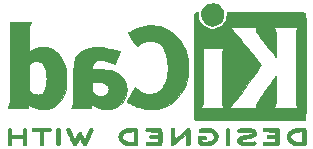
<source format=gbr>
G04 #@! TF.GenerationSoftware,KiCad,Pcbnew,5.1.2-f72e74a~84~ubuntu18.04.1*
G04 #@! TF.CreationDate,2019-05-12T20:09:00+01:00*
G04 #@! TF.ProjectId,cutoff-hardware,6375746f-6666-42d6-9861-726477617265,1.1*
G04 #@! TF.SameCoordinates,Original*
G04 #@! TF.FileFunction,Legend,Bot*
G04 #@! TF.FilePolarity,Positive*
%FSLAX46Y46*%
G04 Gerber Fmt 4.6, Leading zero omitted, Abs format (unit mm)*
G04 Created by KiCad (PCBNEW 5.1.2-f72e74a~84~ubuntu18.04.1) date 2019-05-12 20:09:00*
%MOMM*%
%LPD*%
G04 APERTURE LIST*
%ADD10C,0.010000*%
G04 APERTURE END LIST*
D10*
G36*
X178366380Y-97026594D02*
G01*
X178172970Y-97075286D01*
X177999029Y-97161332D01*
X177848740Y-97281421D01*
X177726284Y-97432243D01*
X177635845Y-97610486D01*
X177583086Y-97803967D01*
X177571332Y-97999364D01*
X177601173Y-98187920D01*
X177668874Y-98364419D01*
X177770703Y-98523645D01*
X177902925Y-98660385D01*
X178061808Y-98769422D01*
X178243617Y-98845540D01*
X178346606Y-98870498D01*
X178435999Y-98885608D01*
X178504909Y-98891579D01*
X178571124Y-98887913D01*
X178652434Y-98874113D01*
X178718922Y-98860100D01*
X178906588Y-98796800D01*
X179074681Y-98694096D01*
X179219416Y-98555102D01*
X179337007Y-98382935D01*
X179365029Y-98328214D01*
X179398051Y-98255155D01*
X179418760Y-98193803D01*
X179429941Y-98129252D01*
X179434380Y-98046599D01*
X179434939Y-97954018D01*
X179426729Y-97784549D01*
X179399779Y-97645373D01*
X179349174Y-97523582D01*
X179270002Y-97406272D01*
X179192562Y-97317349D01*
X179048136Y-97185125D01*
X178897279Y-97093855D01*
X178731038Y-97039208D01*
X178575078Y-97018567D01*
X178366380Y-97026594D01*
X178366380Y-97026594D01*
G37*
X178366380Y-97026594D02*
X178172970Y-97075286D01*
X177999029Y-97161332D01*
X177848740Y-97281421D01*
X177726284Y-97432243D01*
X177635845Y-97610486D01*
X177583086Y-97803967D01*
X177571332Y-97999364D01*
X177601173Y-98187920D01*
X177668874Y-98364419D01*
X177770703Y-98523645D01*
X177902925Y-98660385D01*
X178061808Y-98769422D01*
X178243617Y-98845540D01*
X178346606Y-98870498D01*
X178435999Y-98885608D01*
X178504909Y-98891579D01*
X178571124Y-98887913D01*
X178652434Y-98874113D01*
X178718922Y-98860100D01*
X178906588Y-98796800D01*
X179074681Y-98694096D01*
X179219416Y-98555102D01*
X179337007Y-98382935D01*
X179365029Y-98328214D01*
X179398051Y-98255155D01*
X179418760Y-98193803D01*
X179429941Y-98129252D01*
X179434380Y-98046599D01*
X179434939Y-97954018D01*
X179426729Y-97784549D01*
X179399779Y-97645373D01*
X179349174Y-97523582D01*
X179270002Y-97406272D01*
X179192562Y-97317349D01*
X179048136Y-97185125D01*
X178897279Y-97093855D01*
X178731038Y-97039208D01*
X178575078Y-97018567D01*
X178366380Y-97026594D01*
G36*
X161371749Y-101939777D02*
G01*
X161371710Y-102410705D01*
X161371658Y-102838488D01*
X161371512Y-103225338D01*
X161371195Y-103573466D01*
X161370629Y-103885085D01*
X161369735Y-104162406D01*
X161368435Y-104407640D01*
X161366651Y-104623001D01*
X161364303Y-104810700D01*
X161361315Y-104972948D01*
X161357607Y-105111957D01*
X161353101Y-105229940D01*
X161347718Y-105329109D01*
X161341381Y-105411674D01*
X161334012Y-105479848D01*
X161325530Y-105535843D01*
X161315859Y-105581870D01*
X161304921Y-105620143D01*
X161292635Y-105652871D01*
X161278925Y-105682268D01*
X161263712Y-105710544D01*
X161246917Y-105739913D01*
X161236484Y-105758207D01*
X161167648Y-105880179D01*
X162891607Y-105880179D01*
X162891607Y-105687411D01*
X162893077Y-105600296D01*
X162896998Y-105533671D01*
X162902641Y-105497950D01*
X162905136Y-105494643D01*
X162928082Y-105508472D01*
X162973714Y-105544317D01*
X163019316Y-105583239D01*
X163128973Y-105665072D01*
X163268550Y-105747445D01*
X163423341Y-105822791D01*
X163578640Y-105883543D01*
X163640620Y-105902926D01*
X163778227Y-105932188D01*
X163944669Y-105952199D01*
X164124254Y-105962331D01*
X164301287Y-105961956D01*
X164460075Y-105950445D01*
X164535803Y-105938777D01*
X164813230Y-105862314D01*
X165068969Y-105746351D01*
X165301645Y-105591942D01*
X165509881Y-105400144D01*
X165692299Y-105172012D01*
X165826499Y-104949426D01*
X165936724Y-104714872D01*
X166021100Y-104475108D01*
X166081361Y-104221996D01*
X166119241Y-103947398D01*
X166136474Y-103643174D01*
X166137934Y-103487589D01*
X166133726Y-103373527D01*
X164468091Y-103373527D01*
X164467673Y-103560495D01*
X164461821Y-103736658D01*
X164450446Y-103891506D01*
X164433460Y-104014527D01*
X164428270Y-104039319D01*
X164364384Y-104254843D01*
X164280694Y-104429670D01*
X164176502Y-104564237D01*
X164051109Y-104658983D01*
X163903815Y-104714350D01*
X163733923Y-104730774D01*
X163540733Y-104708695D01*
X163413214Y-104677111D01*
X163314489Y-104640569D01*
X163205748Y-104588642D01*
X163124062Y-104541026D01*
X162982321Y-104447877D01*
X162982321Y-102137225D01*
X163117738Y-102049701D01*
X163275490Y-101967490D01*
X163444613Y-101913951D01*
X163615621Y-101889996D01*
X163779029Y-101896539D01*
X163925353Y-101934493D01*
X163989546Y-101965770D01*
X164105912Y-102052148D01*
X164204264Y-102166199D01*
X164286940Y-102312092D01*
X164356279Y-102493992D01*
X164414620Y-102716069D01*
X164417194Y-102727857D01*
X164437626Y-102852921D01*
X164452979Y-103009229D01*
X164463163Y-103186268D01*
X164468091Y-103373527D01*
X166133726Y-103373527D01*
X166122161Y-103060058D01*
X166078076Y-102666637D01*
X166005786Y-102307587D01*
X165905394Y-101983170D01*
X165777005Y-101693646D01*
X165620722Y-101439276D01*
X165436650Y-101220321D01*
X165224893Y-101037042D01*
X165134161Y-100974864D01*
X164931362Y-100862068D01*
X164723859Y-100782492D01*
X164502700Y-100733957D01*
X164258934Y-100714280D01*
X164073097Y-100716380D01*
X163812631Y-100738410D01*
X163586438Y-100782236D01*
X163387973Y-100849872D01*
X163210694Y-100943331D01*
X163112527Y-101012060D01*
X163053532Y-101056085D01*
X163009957Y-101086160D01*
X162993464Y-101095000D01*
X162990220Y-101073245D01*
X162987627Y-101011665D01*
X162985660Y-100915788D01*
X162984295Y-100791141D01*
X162983505Y-100643250D01*
X162983265Y-100477644D01*
X162983550Y-100299849D01*
X162984335Y-100115393D01*
X162985594Y-99929803D01*
X162987302Y-99748606D01*
X162989433Y-99577330D01*
X162991963Y-99421501D01*
X162994865Y-99286648D01*
X162998114Y-99178297D01*
X163001685Y-99101975D01*
X163002673Y-99087946D01*
X163017895Y-98946486D01*
X163041121Y-98835696D01*
X163076757Y-98741032D01*
X163129209Y-98647952D01*
X163141799Y-98628705D01*
X163190882Y-98555000D01*
X161372143Y-98555000D01*
X161371749Y-101939777D01*
X161371749Y-101939777D01*
G37*
X161371749Y-101939777D02*
X161371710Y-102410705D01*
X161371658Y-102838488D01*
X161371512Y-103225338D01*
X161371195Y-103573466D01*
X161370629Y-103885085D01*
X161369735Y-104162406D01*
X161368435Y-104407640D01*
X161366651Y-104623001D01*
X161364303Y-104810700D01*
X161361315Y-104972948D01*
X161357607Y-105111957D01*
X161353101Y-105229940D01*
X161347718Y-105329109D01*
X161341381Y-105411674D01*
X161334012Y-105479848D01*
X161325530Y-105535843D01*
X161315859Y-105581870D01*
X161304921Y-105620143D01*
X161292635Y-105652871D01*
X161278925Y-105682268D01*
X161263712Y-105710544D01*
X161246917Y-105739913D01*
X161236484Y-105758207D01*
X161167648Y-105880179D01*
X162891607Y-105880179D01*
X162891607Y-105687411D01*
X162893077Y-105600296D01*
X162896998Y-105533671D01*
X162902641Y-105497950D01*
X162905136Y-105494643D01*
X162928082Y-105508472D01*
X162973714Y-105544317D01*
X163019316Y-105583239D01*
X163128973Y-105665072D01*
X163268550Y-105747445D01*
X163423341Y-105822791D01*
X163578640Y-105883543D01*
X163640620Y-105902926D01*
X163778227Y-105932188D01*
X163944669Y-105952199D01*
X164124254Y-105962331D01*
X164301287Y-105961956D01*
X164460075Y-105950445D01*
X164535803Y-105938777D01*
X164813230Y-105862314D01*
X165068969Y-105746351D01*
X165301645Y-105591942D01*
X165509881Y-105400144D01*
X165692299Y-105172012D01*
X165826499Y-104949426D01*
X165936724Y-104714872D01*
X166021100Y-104475108D01*
X166081361Y-104221996D01*
X166119241Y-103947398D01*
X166136474Y-103643174D01*
X166137934Y-103487589D01*
X166133726Y-103373527D01*
X164468091Y-103373527D01*
X164467673Y-103560495D01*
X164461821Y-103736658D01*
X164450446Y-103891506D01*
X164433460Y-104014527D01*
X164428270Y-104039319D01*
X164364384Y-104254843D01*
X164280694Y-104429670D01*
X164176502Y-104564237D01*
X164051109Y-104658983D01*
X163903815Y-104714350D01*
X163733923Y-104730774D01*
X163540733Y-104708695D01*
X163413214Y-104677111D01*
X163314489Y-104640569D01*
X163205748Y-104588642D01*
X163124062Y-104541026D01*
X162982321Y-104447877D01*
X162982321Y-102137225D01*
X163117738Y-102049701D01*
X163275490Y-101967490D01*
X163444613Y-101913951D01*
X163615621Y-101889996D01*
X163779029Y-101896539D01*
X163925353Y-101934493D01*
X163989546Y-101965770D01*
X164105912Y-102052148D01*
X164204264Y-102166199D01*
X164286940Y-102312092D01*
X164356279Y-102493992D01*
X164414620Y-102716069D01*
X164417194Y-102727857D01*
X164437626Y-102852921D01*
X164452979Y-103009229D01*
X164463163Y-103186268D01*
X164468091Y-103373527D01*
X166133726Y-103373527D01*
X166122161Y-103060058D01*
X166078076Y-102666637D01*
X166005786Y-102307587D01*
X165905394Y-101983170D01*
X165777005Y-101693646D01*
X165620722Y-101439276D01*
X165436650Y-101220321D01*
X165224893Y-101037042D01*
X165134161Y-100974864D01*
X164931362Y-100862068D01*
X164723859Y-100782492D01*
X164502700Y-100733957D01*
X164258934Y-100714280D01*
X164073097Y-100716380D01*
X163812631Y-100738410D01*
X163586438Y-100782236D01*
X163387973Y-100849872D01*
X163210694Y-100943331D01*
X163112527Y-101012060D01*
X163053532Y-101056085D01*
X163009957Y-101086160D01*
X162993464Y-101095000D01*
X162990220Y-101073245D01*
X162987627Y-101011665D01*
X162985660Y-100915788D01*
X162984295Y-100791141D01*
X162983505Y-100643250D01*
X162983265Y-100477644D01*
X162983550Y-100299849D01*
X162984335Y-100115393D01*
X162985594Y-99929803D01*
X162987302Y-99748606D01*
X162989433Y-99577330D01*
X162991963Y-99421501D01*
X162994865Y-99286648D01*
X162998114Y-99178297D01*
X163001685Y-99101975D01*
X163002673Y-99087946D01*
X163017895Y-98946486D01*
X163041121Y-98835696D01*
X163076757Y-98741032D01*
X163129209Y-98647952D01*
X163141799Y-98628705D01*
X163190882Y-98555000D01*
X161372143Y-98555000D01*
X161371749Y-101939777D01*
G36*
X168428981Y-100722984D02*
G01*
X168123788Y-100763192D01*
X167852052Y-100830762D01*
X167612019Y-100926233D01*
X167401934Y-101050143D01*
X167246022Y-101177831D01*
X167107726Y-101326761D01*
X166999764Y-101487017D01*
X166913573Y-101672281D01*
X166882486Y-101758805D01*
X166856653Y-101837115D01*
X166834149Y-101909732D01*
X166814714Y-101980336D01*
X166798088Y-102052610D01*
X166784011Y-102130234D01*
X166772221Y-102216890D01*
X166762460Y-102316259D01*
X166754465Y-102432022D01*
X166747978Y-102567861D01*
X166742736Y-102727457D01*
X166738481Y-102914491D01*
X166734952Y-103132644D01*
X166731888Y-103385598D01*
X166729028Y-103677033D01*
X166726513Y-103963839D01*
X166723848Y-104277615D01*
X166721426Y-104549364D01*
X166718996Y-104782413D01*
X166716305Y-104980090D01*
X166713101Y-105145722D01*
X166709134Y-105282636D01*
X166704149Y-105394160D01*
X166697897Y-105483622D01*
X166690124Y-105554348D01*
X166680580Y-105609666D01*
X166669011Y-105652903D01*
X166655166Y-105687388D01*
X166638793Y-105716446D01*
X166619641Y-105743406D01*
X166597457Y-105771594D01*
X166588817Y-105782509D01*
X166557037Y-105828390D01*
X166542902Y-105859635D01*
X166542857Y-105860558D01*
X166564708Y-105864975D01*
X166626956Y-105869045D01*
X166724639Y-105872652D01*
X166852796Y-105875683D01*
X167006468Y-105878023D01*
X167180693Y-105879558D01*
X167370510Y-105880172D01*
X167392420Y-105880179D01*
X168241984Y-105880179D01*
X168248536Y-105687188D01*
X168255089Y-105494197D01*
X168379821Y-105596627D01*
X168575350Y-105732257D01*
X168796134Y-105842129D01*
X168969835Y-105902857D01*
X169108593Y-105932365D01*
X169276042Y-105952440D01*
X169456376Y-105962458D01*
X169633793Y-105961790D01*
X169792487Y-105949812D01*
X169865268Y-105938334D01*
X170146555Y-105862272D01*
X170400535Y-105752096D01*
X170625371Y-105609446D01*
X170819226Y-105435962D01*
X170980266Y-105233284D01*
X171106654Y-105003054D01*
X171195801Y-104749745D01*
X171220580Y-104636073D01*
X171235867Y-104511119D01*
X171243157Y-104360774D01*
X171244151Y-104292679D01*
X171244020Y-104286280D01*
X169717359Y-104286280D01*
X169698688Y-104437053D01*
X169642063Y-104565277D01*
X169544693Y-104677050D01*
X169534534Y-104685914D01*
X169437514Y-104755879D01*
X169333635Y-104801244D01*
X169211629Y-104825192D01*
X169060230Y-104830904D01*
X169023853Y-104830090D01*
X168915736Y-104824761D01*
X168835319Y-104813880D01*
X168764973Y-104793462D01*
X168687069Y-104759520D01*
X168665690Y-104749117D01*
X168543846Y-104677141D01*
X168449791Y-104591496D01*
X168424203Y-104560884D01*
X168334464Y-104447356D01*
X168334464Y-104053855D01*
X168335540Y-103895860D01*
X168338935Y-103779441D01*
X168344898Y-103700865D01*
X168353679Y-103656399D01*
X168361885Y-103643408D01*
X168393878Y-103637052D01*
X168461746Y-103631784D01*
X168556013Y-103628101D01*
X168667200Y-103626499D01*
X168685055Y-103626469D01*
X168927684Y-103637023D01*
X169133941Y-103669502D01*
X169307821Y-103725145D01*
X169453319Y-103805195D01*
X169563669Y-103899514D01*
X169653161Y-104015804D01*
X169702830Y-104142463D01*
X169717359Y-104286280D01*
X171244020Y-104286280D01*
X171240267Y-104104331D01*
X171223504Y-103945828D01*
X171190867Y-103802747D01*
X171139365Y-103660665D01*
X171091158Y-103555454D01*
X170973397Y-103364009D01*
X170816506Y-103187171D01*
X170625259Y-103028160D01*
X170404431Y-102890192D01*
X170158795Y-102776488D01*
X169893126Y-102690265D01*
X169763214Y-102660253D01*
X169489635Y-102615846D01*
X169191418Y-102586549D01*
X168887154Y-102573731D01*
X168632907Y-102577010D01*
X168307688Y-102590629D01*
X168322594Y-102472145D01*
X168361352Y-102272953D01*
X168423897Y-102110792D01*
X168511959Y-101984418D01*
X168627268Y-101892590D01*
X168771554Y-101834063D01*
X168946547Y-101807594D01*
X169153978Y-101811941D01*
X169230268Y-101819979D01*
X169513909Y-101870539D01*
X169788757Y-101952974D01*
X169978660Y-102029316D01*
X170069383Y-102068238D01*
X170146591Y-102099518D01*
X170199529Y-102118893D01*
X170214974Y-102123007D01*
X170234550Y-102104769D01*
X170268136Y-102046571D01*
X170316050Y-101947757D01*
X170378607Y-101807669D01*
X170456123Y-101625649D01*
X170469377Y-101593929D01*
X170529758Y-101448649D01*
X170583958Y-101317371D01*
X170629636Y-101205837D01*
X170664452Y-101119787D01*
X170686064Y-101064961D01*
X170692305Y-101047204D01*
X170672218Y-101037652D01*
X170619430Y-101027051D01*
X170562634Y-101019659D01*
X170502050Y-101010103D01*
X170406049Y-100991128D01*
X170283144Y-100964594D01*
X170141850Y-100932361D01*
X169990680Y-100896289D01*
X169933303Y-100882182D01*
X169722243Y-100830777D01*
X169546133Y-100790473D01*
X169396291Y-100759982D01*
X169264033Y-100738016D01*
X169140676Y-100723289D01*
X169017540Y-100714511D01*
X168885939Y-100710397D01*
X168769386Y-100709598D01*
X168428981Y-100722984D01*
X168428981Y-100722984D01*
G37*
X168428981Y-100722984D02*
X168123788Y-100763192D01*
X167852052Y-100830762D01*
X167612019Y-100926233D01*
X167401934Y-101050143D01*
X167246022Y-101177831D01*
X167107726Y-101326761D01*
X166999764Y-101487017D01*
X166913573Y-101672281D01*
X166882486Y-101758805D01*
X166856653Y-101837115D01*
X166834149Y-101909732D01*
X166814714Y-101980336D01*
X166798088Y-102052610D01*
X166784011Y-102130234D01*
X166772221Y-102216890D01*
X166762460Y-102316259D01*
X166754465Y-102432022D01*
X166747978Y-102567861D01*
X166742736Y-102727457D01*
X166738481Y-102914491D01*
X166734952Y-103132644D01*
X166731888Y-103385598D01*
X166729028Y-103677033D01*
X166726513Y-103963839D01*
X166723848Y-104277615D01*
X166721426Y-104549364D01*
X166718996Y-104782413D01*
X166716305Y-104980090D01*
X166713101Y-105145722D01*
X166709134Y-105282636D01*
X166704149Y-105394160D01*
X166697897Y-105483622D01*
X166690124Y-105554348D01*
X166680580Y-105609666D01*
X166669011Y-105652903D01*
X166655166Y-105687388D01*
X166638793Y-105716446D01*
X166619641Y-105743406D01*
X166597457Y-105771594D01*
X166588817Y-105782509D01*
X166557037Y-105828390D01*
X166542902Y-105859635D01*
X166542857Y-105860558D01*
X166564708Y-105864975D01*
X166626956Y-105869045D01*
X166724639Y-105872652D01*
X166852796Y-105875683D01*
X167006468Y-105878023D01*
X167180693Y-105879558D01*
X167370510Y-105880172D01*
X167392420Y-105880179D01*
X168241984Y-105880179D01*
X168248536Y-105687188D01*
X168255089Y-105494197D01*
X168379821Y-105596627D01*
X168575350Y-105732257D01*
X168796134Y-105842129D01*
X168969835Y-105902857D01*
X169108593Y-105932365D01*
X169276042Y-105952440D01*
X169456376Y-105962458D01*
X169633793Y-105961790D01*
X169792487Y-105949812D01*
X169865268Y-105938334D01*
X170146555Y-105862272D01*
X170400535Y-105752096D01*
X170625371Y-105609446D01*
X170819226Y-105435962D01*
X170980266Y-105233284D01*
X171106654Y-105003054D01*
X171195801Y-104749745D01*
X171220580Y-104636073D01*
X171235867Y-104511119D01*
X171243157Y-104360774D01*
X171244151Y-104292679D01*
X171244020Y-104286280D01*
X169717359Y-104286280D01*
X169698688Y-104437053D01*
X169642063Y-104565277D01*
X169544693Y-104677050D01*
X169534534Y-104685914D01*
X169437514Y-104755879D01*
X169333635Y-104801244D01*
X169211629Y-104825192D01*
X169060230Y-104830904D01*
X169023853Y-104830090D01*
X168915736Y-104824761D01*
X168835319Y-104813880D01*
X168764973Y-104793462D01*
X168687069Y-104759520D01*
X168665690Y-104749117D01*
X168543846Y-104677141D01*
X168449791Y-104591496D01*
X168424203Y-104560884D01*
X168334464Y-104447356D01*
X168334464Y-104053855D01*
X168335540Y-103895860D01*
X168338935Y-103779441D01*
X168344898Y-103700865D01*
X168353679Y-103656399D01*
X168361885Y-103643408D01*
X168393878Y-103637052D01*
X168461746Y-103631784D01*
X168556013Y-103628101D01*
X168667200Y-103626499D01*
X168685055Y-103626469D01*
X168927684Y-103637023D01*
X169133941Y-103669502D01*
X169307821Y-103725145D01*
X169453319Y-103805195D01*
X169563669Y-103899514D01*
X169653161Y-104015804D01*
X169702830Y-104142463D01*
X169717359Y-104286280D01*
X171244020Y-104286280D01*
X171240267Y-104104331D01*
X171223504Y-103945828D01*
X171190867Y-103802747D01*
X171139365Y-103660665D01*
X171091158Y-103555454D01*
X170973397Y-103364009D01*
X170816506Y-103187171D01*
X170625259Y-103028160D01*
X170404431Y-102890192D01*
X170158795Y-102776488D01*
X169893126Y-102690265D01*
X169763214Y-102660253D01*
X169489635Y-102615846D01*
X169191418Y-102586549D01*
X168887154Y-102573731D01*
X168632907Y-102577010D01*
X168307688Y-102590629D01*
X168322594Y-102472145D01*
X168361352Y-102272953D01*
X168423897Y-102110792D01*
X168511959Y-101984418D01*
X168627268Y-101892590D01*
X168771554Y-101834063D01*
X168946547Y-101807594D01*
X169153978Y-101811941D01*
X169230268Y-101819979D01*
X169513909Y-101870539D01*
X169788757Y-101952974D01*
X169978660Y-102029316D01*
X170069383Y-102068238D01*
X170146591Y-102099518D01*
X170199529Y-102118893D01*
X170214974Y-102123007D01*
X170234550Y-102104769D01*
X170268136Y-102046571D01*
X170316050Y-101947757D01*
X170378607Y-101807669D01*
X170456123Y-101625649D01*
X170469377Y-101593929D01*
X170529758Y-101448649D01*
X170583958Y-101317371D01*
X170629636Y-101205837D01*
X170664452Y-101119787D01*
X170686064Y-101064961D01*
X170692305Y-101047204D01*
X170672218Y-101037652D01*
X170619430Y-101027051D01*
X170562634Y-101019659D01*
X170502050Y-101010103D01*
X170406049Y-100991128D01*
X170283144Y-100964594D01*
X170141850Y-100932361D01*
X169990680Y-100896289D01*
X169933303Y-100882182D01*
X169722243Y-100830777D01*
X169546133Y-100790473D01*
X169396291Y-100759982D01*
X169264033Y-100738016D01*
X169140676Y-100723289D01*
X169017540Y-100714511D01*
X168885939Y-100710397D01*
X168769386Y-100709598D01*
X168428981Y-100722984D01*
G36*
X173140209Y-98879830D02*
G01*
X172818497Y-98922366D01*
X172489153Y-99003005D01*
X172148031Y-99122544D01*
X171790985Y-99281783D01*
X171768349Y-99292922D01*
X171652444Y-99349223D01*
X171548889Y-99397593D01*
X171465240Y-99434652D01*
X171409049Y-99457025D01*
X171389821Y-99462143D01*
X171351216Y-99472203D01*
X171341952Y-99480652D01*
X171352204Y-99501611D01*
X171384427Y-99554422D01*
X171434912Y-99633551D01*
X171499949Y-99733463D01*
X171575828Y-99848625D01*
X171658839Y-99973501D01*
X171745271Y-100102558D01*
X171831417Y-100230261D01*
X171913564Y-100351076D01*
X171988004Y-100459469D01*
X172051026Y-100549905D01*
X172098921Y-100616851D01*
X172127979Y-100654771D01*
X172131967Y-100659169D01*
X172152294Y-100649831D01*
X172197175Y-100615324D01*
X172258589Y-100562045D01*
X172290217Y-100532963D01*
X172484057Y-100381728D01*
X172698431Y-100270351D01*
X172930471Y-100199836D01*
X173177308Y-100171188D01*
X173316728Y-100173540D01*
X173560087Y-100208015D01*
X173779498Y-100280100D01*
X173975615Y-100390320D01*
X174149095Y-100539203D01*
X174300593Y-100727275D01*
X174430766Y-100955064D01*
X174505935Y-101129018D01*
X174594032Y-101401629D01*
X174658961Y-101697913D01*
X174700890Y-102010229D01*
X174719987Y-102330938D01*
X174716418Y-102652400D01*
X174690351Y-102966975D01*
X174641953Y-103267022D01*
X174571391Y-103544901D01*
X174478833Y-103792973D01*
X174446124Y-103861786D01*
X174309022Y-104090977D01*
X174147384Y-104284824D01*
X173963585Y-104441748D01*
X173759999Y-104560168D01*
X173538999Y-104638506D01*
X173302960Y-104675181D01*
X173219654Y-104677879D01*
X172975452Y-104655940D01*
X172733502Y-104590014D01*
X172496875Y-104481463D01*
X172268638Y-104331648D01*
X172085007Y-104174296D01*
X171991531Y-104084837D01*
X171627377Y-104682017D01*
X171536779Y-104831004D01*
X171453935Y-104968039D01*
X171381782Y-105088199D01*
X171323259Y-105186558D01*
X171281305Y-105258194D01*
X171258858Y-105298182D01*
X171255941Y-105304399D01*
X171272473Y-105323764D01*
X171323859Y-105358479D01*
X171403602Y-105405256D01*
X171505206Y-105460805D01*
X171622172Y-105521839D01*
X171748004Y-105585070D01*
X171876206Y-105647209D01*
X172000280Y-105704968D01*
X172113729Y-105755060D01*
X172210056Y-105794196D01*
X172257170Y-105811130D01*
X172525895Y-105887097D01*
X172802914Y-105937326D01*
X173099643Y-105963450D01*
X173354352Y-105968127D01*
X173490870Y-105965928D01*
X173622658Y-105961714D01*
X173738031Y-105956005D01*
X173825305Y-105949320D01*
X173853641Y-105945938D01*
X174132912Y-105888010D01*
X174417229Y-105797368D01*
X174693421Y-105679408D01*
X174948314Y-105539527D01*
X175104018Y-105433697D01*
X175359970Y-105216328D01*
X175597632Y-104962063D01*
X175812601Y-104677187D01*
X176000475Y-104367982D01*
X176156853Y-104040731D01*
X176244954Y-103805089D01*
X176345898Y-103436195D01*
X176413194Y-103045364D01*
X176446865Y-102641055D01*
X176446931Y-102231722D01*
X176413412Y-101825823D01*
X176346331Y-101431814D01*
X176245708Y-101058152D01*
X176238041Y-101034872D01*
X176111713Y-100709318D01*
X175957533Y-100412163D01*
X175770272Y-100134996D01*
X175544699Y-99869408D01*
X175456577Y-99778479D01*
X175183077Y-99529489D01*
X174901915Y-99323489D01*
X174608773Y-99158237D01*
X174299335Y-99031490D01*
X173969287Y-98941005D01*
X173777321Y-98905869D01*
X173458435Y-98874597D01*
X173140209Y-98879830D01*
X173140209Y-98879830D01*
G37*
X173140209Y-98879830D02*
X172818497Y-98922366D01*
X172489153Y-99003005D01*
X172148031Y-99122544D01*
X171790985Y-99281783D01*
X171768349Y-99292922D01*
X171652444Y-99349223D01*
X171548889Y-99397593D01*
X171465240Y-99434652D01*
X171409049Y-99457025D01*
X171389821Y-99462143D01*
X171351216Y-99472203D01*
X171341952Y-99480652D01*
X171352204Y-99501611D01*
X171384427Y-99554422D01*
X171434912Y-99633551D01*
X171499949Y-99733463D01*
X171575828Y-99848625D01*
X171658839Y-99973501D01*
X171745271Y-100102558D01*
X171831417Y-100230261D01*
X171913564Y-100351076D01*
X171988004Y-100459469D01*
X172051026Y-100549905D01*
X172098921Y-100616851D01*
X172127979Y-100654771D01*
X172131967Y-100659169D01*
X172152294Y-100649831D01*
X172197175Y-100615324D01*
X172258589Y-100562045D01*
X172290217Y-100532963D01*
X172484057Y-100381728D01*
X172698431Y-100270351D01*
X172930471Y-100199836D01*
X173177308Y-100171188D01*
X173316728Y-100173540D01*
X173560087Y-100208015D01*
X173779498Y-100280100D01*
X173975615Y-100390320D01*
X174149095Y-100539203D01*
X174300593Y-100727275D01*
X174430766Y-100955064D01*
X174505935Y-101129018D01*
X174594032Y-101401629D01*
X174658961Y-101697913D01*
X174700890Y-102010229D01*
X174719987Y-102330938D01*
X174716418Y-102652400D01*
X174690351Y-102966975D01*
X174641953Y-103267022D01*
X174571391Y-103544901D01*
X174478833Y-103792973D01*
X174446124Y-103861786D01*
X174309022Y-104090977D01*
X174147384Y-104284824D01*
X173963585Y-104441748D01*
X173759999Y-104560168D01*
X173538999Y-104638506D01*
X173302960Y-104675181D01*
X173219654Y-104677879D01*
X172975452Y-104655940D01*
X172733502Y-104590014D01*
X172496875Y-104481463D01*
X172268638Y-104331648D01*
X172085007Y-104174296D01*
X171991531Y-104084837D01*
X171627377Y-104682017D01*
X171536779Y-104831004D01*
X171453935Y-104968039D01*
X171381782Y-105088199D01*
X171323259Y-105186558D01*
X171281305Y-105258194D01*
X171258858Y-105298182D01*
X171255941Y-105304399D01*
X171272473Y-105323764D01*
X171323859Y-105358479D01*
X171403602Y-105405256D01*
X171505206Y-105460805D01*
X171622172Y-105521839D01*
X171748004Y-105585070D01*
X171876206Y-105647209D01*
X172000280Y-105704968D01*
X172113729Y-105755060D01*
X172210056Y-105794196D01*
X172257170Y-105811130D01*
X172525895Y-105887097D01*
X172802914Y-105937326D01*
X173099643Y-105963450D01*
X173354352Y-105968127D01*
X173490870Y-105965928D01*
X173622658Y-105961714D01*
X173738031Y-105956005D01*
X173825305Y-105949320D01*
X173853641Y-105945938D01*
X174132912Y-105888010D01*
X174417229Y-105797368D01*
X174693421Y-105679408D01*
X174948314Y-105539527D01*
X175104018Y-105433697D01*
X175359970Y-105216328D01*
X175597632Y-104962063D01*
X175812601Y-104677187D01*
X176000475Y-104367982D01*
X176156853Y-104040731D01*
X176244954Y-103805089D01*
X176345898Y-103436195D01*
X176413194Y-103045364D01*
X176446865Y-102641055D01*
X176446931Y-102231722D01*
X176413412Y-101825823D01*
X176346331Y-101431814D01*
X176245708Y-101058152D01*
X176238041Y-101034872D01*
X176111713Y-100709318D01*
X175957533Y-100412163D01*
X175770272Y-100134996D01*
X175544699Y-99869408D01*
X175456577Y-99778479D01*
X175183077Y-99529489D01*
X174901915Y-99323489D01*
X174608773Y-99158237D01*
X174299335Y-99031490D01*
X173969287Y-98941005D01*
X173777321Y-98905869D01*
X173458435Y-98874597D01*
X173140209Y-98879830D01*
G36*
X179719107Y-97955689D02*
G01*
X179697280Y-98184585D01*
X179633763Y-98400791D01*
X179531503Y-98599673D01*
X179393446Y-98776597D01*
X179222538Y-98926929D01*
X179027698Y-99043181D01*
X178814212Y-99122777D01*
X178599229Y-99160080D01*
X178386986Y-99157791D01*
X178181724Y-99118609D01*
X177987680Y-99045234D01*
X177809093Y-98940368D01*
X177650204Y-98806708D01*
X177515250Y-98646957D01*
X177408471Y-98463814D01*
X177334105Y-98259978D01*
X177296392Y-98038151D01*
X177292500Y-97937914D01*
X177292500Y-97761250D01*
X177188178Y-97761250D01*
X177115239Y-97766965D01*
X177061204Y-97790669D01*
X177006750Y-97838357D01*
X176929643Y-97915464D01*
X176929643Y-102318173D01*
X176929661Y-102844789D01*
X176929726Y-103327939D01*
X176929854Y-103769515D01*
X176930062Y-104171409D01*
X176930366Y-104535512D01*
X176930783Y-104863715D01*
X176931328Y-105157911D01*
X176932019Y-105419990D01*
X176932872Y-105651845D01*
X176933902Y-105855366D01*
X176935127Y-106032446D01*
X176936563Y-106184976D01*
X176938226Y-106314847D01*
X176940133Y-106423951D01*
X176942299Y-106514179D01*
X176944742Y-106587424D01*
X176947478Y-106645576D01*
X176950523Y-106690528D01*
X176953893Y-106724170D01*
X176957606Y-106748395D01*
X176961676Y-106765093D01*
X176966122Y-106776157D01*
X176968296Y-106779874D01*
X176976659Y-106793960D01*
X176983760Y-106806911D01*
X176991453Y-106818772D01*
X177001593Y-106829593D01*
X177016034Y-106839420D01*
X177036631Y-106848300D01*
X177065239Y-106856282D01*
X177103711Y-106863412D01*
X177153903Y-106869738D01*
X177217669Y-106875308D01*
X177296864Y-106880168D01*
X177393342Y-106884366D01*
X177508958Y-106887950D01*
X177645565Y-106890968D01*
X177805020Y-106893465D01*
X177989175Y-106895490D01*
X178199886Y-106897091D01*
X178439008Y-106898314D01*
X178708395Y-106899208D01*
X179009900Y-106899819D01*
X179345380Y-106900194D01*
X179716688Y-106900383D01*
X180125679Y-106900431D01*
X180574208Y-106900386D01*
X181064128Y-106900295D01*
X181597295Y-106900207D01*
X181674405Y-106900198D01*
X182210745Y-106900111D01*
X182703575Y-106899969D01*
X183154742Y-106899758D01*
X183566093Y-106899462D01*
X183939476Y-106899067D01*
X184276738Y-106898559D01*
X184579725Y-106897924D01*
X184850286Y-106897146D01*
X185090267Y-106896211D01*
X185301515Y-106895105D01*
X185485878Y-106893813D01*
X185645202Y-106892320D01*
X185781335Y-106890613D01*
X185896125Y-106888676D01*
X185991417Y-106886496D01*
X186069060Y-106884057D01*
X186130900Y-106881345D01*
X186178785Y-106878346D01*
X186214562Y-106875045D01*
X186240078Y-106871427D01*
X186257181Y-106867479D01*
X186265935Y-106864127D01*
X186282935Y-106856954D01*
X186298542Y-106851659D01*
X186312816Y-106846362D01*
X186325816Y-106839188D01*
X186337600Y-106828256D01*
X186348228Y-106811691D01*
X186357759Y-106787614D01*
X186366253Y-106754147D01*
X186373769Y-106709413D01*
X186380366Y-106651533D01*
X186386104Y-106578631D01*
X186391040Y-106488828D01*
X186395236Y-106380246D01*
X186398750Y-106251007D01*
X186401641Y-106099235D01*
X186403968Y-105923050D01*
X186405791Y-105720576D01*
X186407170Y-105489935D01*
X186408162Y-105229248D01*
X186408828Y-104936638D01*
X186409227Y-104610227D01*
X186409417Y-104248138D01*
X186409459Y-103848492D01*
X186409412Y-103409412D01*
X186409334Y-102929020D01*
X186409286Y-102405438D01*
X186409285Y-102320759D01*
X186409313Y-101792618D01*
X186409363Y-101307943D01*
X186409385Y-100864841D01*
X186409326Y-100461421D01*
X186409136Y-100095791D01*
X186408763Y-99766060D01*
X186408154Y-99470334D01*
X186407260Y-99206724D01*
X186406096Y-98985893D01*
X185797716Y-98985893D01*
X185717781Y-99102098D01*
X185695340Y-99133775D01*
X185675109Y-99161823D01*
X185656973Y-99188628D01*
X185640820Y-99216571D01*
X185626534Y-99248036D01*
X185614001Y-99285406D01*
X185603107Y-99331066D01*
X185593739Y-99387399D01*
X185585782Y-99456787D01*
X185579122Y-99541614D01*
X185573644Y-99644264D01*
X185569236Y-99767120D01*
X185565782Y-99912566D01*
X185563168Y-100082984D01*
X185561281Y-100280759D01*
X185560006Y-100508274D01*
X185559230Y-100767911D01*
X185558837Y-101062055D01*
X185558714Y-101393090D01*
X185558747Y-101763397D01*
X185558822Y-102175361D01*
X185558839Y-102421696D01*
X185558791Y-102857532D01*
X185558723Y-103250396D01*
X185558747Y-103602675D01*
X185558977Y-103916756D01*
X185559525Y-104195025D01*
X185560504Y-104439867D01*
X185562028Y-104653669D01*
X185564209Y-104838817D01*
X185567160Y-104997696D01*
X185570994Y-105132694D01*
X185575825Y-105246196D01*
X185581765Y-105340588D01*
X185588926Y-105418257D01*
X185597423Y-105481588D01*
X185607368Y-105532968D01*
X185618873Y-105574783D01*
X185632053Y-105609418D01*
X185647019Y-105639261D01*
X185663885Y-105666696D01*
X185682764Y-105694111D01*
X185703768Y-105723891D01*
X185716004Y-105741752D01*
X185793897Y-105857500D01*
X184726023Y-105857500D01*
X184478425Y-105857430D01*
X184272518Y-105857128D01*
X184104637Y-105856452D01*
X183971116Y-105855261D01*
X183868290Y-105853415D01*
X183792492Y-105850772D01*
X183740057Y-105847193D01*
X183707320Y-105842535D01*
X183690614Y-105836659D01*
X183686275Y-105829423D01*
X183690636Y-105820686D01*
X183693039Y-105817812D01*
X183743563Y-105743339D01*
X183795590Y-105637265D01*
X183843019Y-105512708D01*
X183859631Y-105459646D01*
X183868906Y-105423603D01*
X183876744Y-105381293D01*
X183883310Y-105328526D01*
X183888769Y-105261113D01*
X183893288Y-105174863D01*
X183897030Y-105065588D01*
X183900161Y-104929098D01*
X183902845Y-104761203D01*
X183905249Y-104557714D01*
X183907537Y-104314441D01*
X183908295Y-104224643D01*
X183910337Y-103973223D01*
X183911861Y-103763557D01*
X183912750Y-103592046D01*
X183912886Y-103455088D01*
X183912152Y-103349082D01*
X183910430Y-103270429D01*
X183907604Y-103215527D01*
X183903555Y-103180776D01*
X183898166Y-103162575D01*
X183891321Y-103157323D01*
X183882901Y-103161420D01*
X183873913Y-103170089D01*
X183853111Y-103196075D01*
X183808798Y-103254483D01*
X183744109Y-103341033D01*
X183662179Y-103451443D01*
X183566144Y-103581430D01*
X183459139Y-103726714D01*
X183344299Y-103883013D01*
X183224760Y-104046045D01*
X183103658Y-104211529D01*
X182984127Y-104375183D01*
X182869304Y-104532725D01*
X182762322Y-104679874D01*
X182666318Y-104812349D01*
X182584428Y-104925866D01*
X182519786Y-105016146D01*
X182475528Y-105078907D01*
X182466351Y-105092231D01*
X182420303Y-105166366D01*
X182366447Y-105262774D01*
X182315423Y-105362292D01*
X182308953Y-105375713D01*
X182265404Y-105472534D01*
X182240119Y-105547992D01*
X182228608Y-105619963D01*
X182226362Y-105704420D01*
X182227635Y-105857500D01*
X179908450Y-105857500D01*
X180091591Y-105669201D01*
X180185603Y-105568967D01*
X180286627Y-105455504D01*
X180379127Y-105346480D01*
X180420160Y-105295549D01*
X180481309Y-105216105D01*
X180561775Y-105109207D01*
X180659207Y-104978126D01*
X180771252Y-104826138D01*
X180895557Y-104656516D01*
X181029769Y-104472532D01*
X181171536Y-104277462D01*
X181318505Y-104074577D01*
X181468322Y-103867153D01*
X181618636Y-103658462D01*
X181767094Y-103451779D01*
X181911342Y-103250376D01*
X182049029Y-103057527D01*
X182177801Y-102876506D01*
X182295306Y-102710586D01*
X182399190Y-102563041D01*
X182487102Y-102437145D01*
X182556688Y-102336171D01*
X182605595Y-102263393D01*
X182631472Y-102222084D01*
X182635004Y-102213843D01*
X182619014Y-102191089D01*
X182577239Y-102136486D01*
X182512416Y-102053451D01*
X182427284Y-101945400D01*
X182324581Y-101815749D01*
X182207045Y-101667914D01*
X182077416Y-101505312D01*
X181938432Y-101331360D01*
X181792830Y-101149472D01*
X181643350Y-100963066D01*
X181523358Y-100813687D01*
X179492321Y-100813687D01*
X179480449Y-100839717D01*
X179451662Y-100884414D01*
X179449558Y-100887392D01*
X179411816Y-100947967D01*
X179372347Y-101021959D01*
X179364514Y-101038304D01*
X179357410Y-101055237D01*
X179351132Y-101075565D01*
X179345618Y-101102086D01*
X179340809Y-101137598D01*
X179336644Y-101184901D01*
X179333061Y-101246794D01*
X179330001Y-101326074D01*
X179327404Y-101425541D01*
X179325208Y-101547993D01*
X179323353Y-101696228D01*
X179321779Y-101873046D01*
X179320424Y-102081246D01*
X179319230Y-102323625D01*
X179318134Y-102602983D01*
X179317077Y-102922118D01*
X179316004Y-103281428D01*
X179314923Y-103653317D01*
X179314050Y-103982658D01*
X179313521Y-104272261D01*
X179313471Y-104524935D01*
X179314036Y-104743490D01*
X179315350Y-104930735D01*
X179317550Y-105089480D01*
X179320771Y-105222535D01*
X179325149Y-105332708D01*
X179330818Y-105422809D01*
X179337914Y-105495648D01*
X179346573Y-105554034D01*
X179356930Y-105600777D01*
X179369121Y-105638686D01*
X179383280Y-105670570D01*
X179399544Y-105699240D01*
X179418047Y-105727504D01*
X179435124Y-105752550D01*
X179469549Y-105805373D01*
X179489932Y-105840698D01*
X179492321Y-105847168D01*
X179470410Y-105849332D01*
X179407745Y-105851342D01*
X179308930Y-105853150D01*
X179178569Y-105854708D01*
X179021265Y-105855967D01*
X178841621Y-105856880D01*
X178644241Y-105857398D01*
X178505803Y-105857500D01*
X178294880Y-105857057D01*
X178100331Y-105855788D01*
X177926554Y-105853782D01*
X177777944Y-105851126D01*
X177658898Y-105847910D01*
X177573812Y-105844223D01*
X177527084Y-105840153D01*
X177519285Y-105837598D01*
X177534749Y-105807659D01*
X177550818Y-105791527D01*
X177577279Y-105757121D01*
X177611912Y-105696349D01*
X177635862Y-105647009D01*
X177689375Y-105528661D01*
X177695552Y-103164420D01*
X177701730Y-100800178D01*
X178597026Y-100800179D01*
X178793532Y-100800509D01*
X178975127Y-100801450D01*
X179136979Y-100802930D01*
X179274253Y-100804875D01*
X179382120Y-100807214D01*
X179455745Y-100809872D01*
X179490297Y-100812777D01*
X179492321Y-100813687D01*
X181523358Y-100813687D01*
X181492729Y-100775558D01*
X181343707Y-100590364D01*
X181199021Y-100410901D01*
X181061411Y-100240584D01*
X180933614Y-100082831D01*
X180818369Y-99941057D01*
X180718414Y-99818679D01*
X180636488Y-99719112D01*
X180602006Y-99677589D01*
X180428651Y-99475368D01*
X180274769Y-99308109D01*
X180136528Y-99171863D01*
X180010095Y-99062679D01*
X179991250Y-99047878D01*
X179911875Y-98986396D01*
X181048687Y-98986144D01*
X182185500Y-98985893D01*
X182174874Y-99082277D01*
X182181510Y-99197476D01*
X182224764Y-99334635D01*
X182305071Y-99494846D01*
X182396089Y-99640057D01*
X182428671Y-99685550D01*
X182485028Y-99760997D01*
X182561801Y-99862095D01*
X182655631Y-99984544D01*
X182763158Y-100124040D01*
X182881022Y-100276283D01*
X183005865Y-100436969D01*
X183134327Y-100601797D01*
X183263048Y-100766465D01*
X183388669Y-100926671D01*
X183507830Y-101078112D01*
X183617172Y-101216487D01*
X183713336Y-101337494D01*
X183792962Y-101436831D01*
X183852691Y-101510195D01*
X183889162Y-101553285D01*
X183895306Y-101559911D01*
X183901051Y-101543826D01*
X183905498Y-101482968D01*
X183908640Y-101377902D01*
X183910468Y-101229192D01*
X183910977Y-101037404D01*
X183910159Y-100803103D01*
X183908333Y-100562054D01*
X183905676Y-100296651D01*
X183902613Y-100072176D01*
X183898644Y-99884201D01*
X183893269Y-99728298D01*
X183885989Y-99600036D01*
X183876304Y-99494989D01*
X183863714Y-99408727D01*
X183847720Y-99336821D01*
X183827822Y-99274843D01*
X183803520Y-99218364D01*
X183774316Y-99162956D01*
X183744820Y-99112655D01*
X183668487Y-98985893D01*
X185797716Y-98985893D01*
X186406096Y-98985893D01*
X186406029Y-98973337D01*
X186404409Y-98768281D01*
X186402349Y-98589665D01*
X186399798Y-98435596D01*
X186396704Y-98304184D01*
X186393016Y-98193535D01*
X186388683Y-98101760D01*
X186383653Y-98026965D01*
X186377875Y-97967259D01*
X186371298Y-97920750D01*
X186363869Y-97885547D01*
X186355539Y-97859757D01*
X186346255Y-97841490D01*
X186335966Y-97828852D01*
X186324621Y-97819954D01*
X186312168Y-97812902D01*
X186298556Y-97805804D01*
X186286510Y-97798636D01*
X186275998Y-97793461D01*
X186259573Y-97788783D01*
X186235038Y-97784577D01*
X186200193Y-97780818D01*
X186152839Y-97777483D01*
X186090778Y-97774544D01*
X186011811Y-97771979D01*
X185913738Y-97769762D01*
X185794361Y-97767868D01*
X185651481Y-97766273D01*
X185482898Y-97764951D01*
X185286415Y-97763878D01*
X185059832Y-97763029D01*
X184800950Y-97762380D01*
X184507570Y-97761904D01*
X184177493Y-97761578D01*
X183808521Y-97761377D01*
X183398454Y-97761276D01*
X182974280Y-97761250D01*
X179719107Y-97761250D01*
X179719107Y-97955689D01*
X179719107Y-97955689D01*
G37*
X179719107Y-97955689D02*
X179697280Y-98184585D01*
X179633763Y-98400791D01*
X179531503Y-98599673D01*
X179393446Y-98776597D01*
X179222538Y-98926929D01*
X179027698Y-99043181D01*
X178814212Y-99122777D01*
X178599229Y-99160080D01*
X178386986Y-99157791D01*
X178181724Y-99118609D01*
X177987680Y-99045234D01*
X177809093Y-98940368D01*
X177650204Y-98806708D01*
X177515250Y-98646957D01*
X177408471Y-98463814D01*
X177334105Y-98259978D01*
X177296392Y-98038151D01*
X177292500Y-97937914D01*
X177292500Y-97761250D01*
X177188178Y-97761250D01*
X177115239Y-97766965D01*
X177061204Y-97790669D01*
X177006750Y-97838357D01*
X176929643Y-97915464D01*
X176929643Y-102318173D01*
X176929661Y-102844789D01*
X176929726Y-103327939D01*
X176929854Y-103769515D01*
X176930062Y-104171409D01*
X176930366Y-104535512D01*
X176930783Y-104863715D01*
X176931328Y-105157911D01*
X176932019Y-105419990D01*
X176932872Y-105651845D01*
X176933902Y-105855366D01*
X176935127Y-106032446D01*
X176936563Y-106184976D01*
X176938226Y-106314847D01*
X176940133Y-106423951D01*
X176942299Y-106514179D01*
X176944742Y-106587424D01*
X176947478Y-106645576D01*
X176950523Y-106690528D01*
X176953893Y-106724170D01*
X176957606Y-106748395D01*
X176961676Y-106765093D01*
X176966122Y-106776157D01*
X176968296Y-106779874D01*
X176976659Y-106793960D01*
X176983760Y-106806911D01*
X176991453Y-106818772D01*
X177001593Y-106829593D01*
X177016034Y-106839420D01*
X177036631Y-106848300D01*
X177065239Y-106856282D01*
X177103711Y-106863412D01*
X177153903Y-106869738D01*
X177217669Y-106875308D01*
X177296864Y-106880168D01*
X177393342Y-106884366D01*
X177508958Y-106887950D01*
X177645565Y-106890968D01*
X177805020Y-106893465D01*
X177989175Y-106895490D01*
X178199886Y-106897091D01*
X178439008Y-106898314D01*
X178708395Y-106899208D01*
X179009900Y-106899819D01*
X179345380Y-106900194D01*
X179716688Y-106900383D01*
X180125679Y-106900431D01*
X180574208Y-106900386D01*
X181064128Y-106900295D01*
X181597295Y-106900207D01*
X181674405Y-106900198D01*
X182210745Y-106900111D01*
X182703575Y-106899969D01*
X183154742Y-106899758D01*
X183566093Y-106899462D01*
X183939476Y-106899067D01*
X184276738Y-106898559D01*
X184579725Y-106897924D01*
X184850286Y-106897146D01*
X185090267Y-106896211D01*
X185301515Y-106895105D01*
X185485878Y-106893813D01*
X185645202Y-106892320D01*
X185781335Y-106890613D01*
X185896125Y-106888676D01*
X185991417Y-106886496D01*
X186069060Y-106884057D01*
X186130900Y-106881345D01*
X186178785Y-106878346D01*
X186214562Y-106875045D01*
X186240078Y-106871427D01*
X186257181Y-106867479D01*
X186265935Y-106864127D01*
X186282935Y-106856954D01*
X186298542Y-106851659D01*
X186312816Y-106846362D01*
X186325816Y-106839188D01*
X186337600Y-106828256D01*
X186348228Y-106811691D01*
X186357759Y-106787614D01*
X186366253Y-106754147D01*
X186373769Y-106709413D01*
X186380366Y-106651533D01*
X186386104Y-106578631D01*
X186391040Y-106488828D01*
X186395236Y-106380246D01*
X186398750Y-106251007D01*
X186401641Y-106099235D01*
X186403968Y-105923050D01*
X186405791Y-105720576D01*
X186407170Y-105489935D01*
X186408162Y-105229248D01*
X186408828Y-104936638D01*
X186409227Y-104610227D01*
X186409417Y-104248138D01*
X186409459Y-103848492D01*
X186409412Y-103409412D01*
X186409334Y-102929020D01*
X186409286Y-102405438D01*
X186409285Y-102320759D01*
X186409313Y-101792618D01*
X186409363Y-101307943D01*
X186409385Y-100864841D01*
X186409326Y-100461421D01*
X186409136Y-100095791D01*
X186408763Y-99766060D01*
X186408154Y-99470334D01*
X186407260Y-99206724D01*
X186406096Y-98985893D01*
X185797716Y-98985893D01*
X185717781Y-99102098D01*
X185695340Y-99133775D01*
X185675109Y-99161823D01*
X185656973Y-99188628D01*
X185640820Y-99216571D01*
X185626534Y-99248036D01*
X185614001Y-99285406D01*
X185603107Y-99331066D01*
X185593739Y-99387399D01*
X185585782Y-99456787D01*
X185579122Y-99541614D01*
X185573644Y-99644264D01*
X185569236Y-99767120D01*
X185565782Y-99912566D01*
X185563168Y-100082984D01*
X185561281Y-100280759D01*
X185560006Y-100508274D01*
X185559230Y-100767911D01*
X185558837Y-101062055D01*
X185558714Y-101393090D01*
X185558747Y-101763397D01*
X185558822Y-102175361D01*
X185558839Y-102421696D01*
X185558791Y-102857532D01*
X185558723Y-103250396D01*
X185558747Y-103602675D01*
X185558977Y-103916756D01*
X185559525Y-104195025D01*
X185560504Y-104439867D01*
X185562028Y-104653669D01*
X185564209Y-104838817D01*
X185567160Y-104997696D01*
X185570994Y-105132694D01*
X185575825Y-105246196D01*
X185581765Y-105340588D01*
X185588926Y-105418257D01*
X185597423Y-105481588D01*
X185607368Y-105532968D01*
X185618873Y-105574783D01*
X185632053Y-105609418D01*
X185647019Y-105639261D01*
X185663885Y-105666696D01*
X185682764Y-105694111D01*
X185703768Y-105723891D01*
X185716004Y-105741752D01*
X185793897Y-105857500D01*
X184726023Y-105857500D01*
X184478425Y-105857430D01*
X184272518Y-105857128D01*
X184104637Y-105856452D01*
X183971116Y-105855261D01*
X183868290Y-105853415D01*
X183792492Y-105850772D01*
X183740057Y-105847193D01*
X183707320Y-105842535D01*
X183690614Y-105836659D01*
X183686275Y-105829423D01*
X183690636Y-105820686D01*
X183693039Y-105817812D01*
X183743563Y-105743339D01*
X183795590Y-105637265D01*
X183843019Y-105512708D01*
X183859631Y-105459646D01*
X183868906Y-105423603D01*
X183876744Y-105381293D01*
X183883310Y-105328526D01*
X183888769Y-105261113D01*
X183893288Y-105174863D01*
X183897030Y-105065588D01*
X183900161Y-104929098D01*
X183902845Y-104761203D01*
X183905249Y-104557714D01*
X183907537Y-104314441D01*
X183908295Y-104224643D01*
X183910337Y-103973223D01*
X183911861Y-103763557D01*
X183912750Y-103592046D01*
X183912886Y-103455088D01*
X183912152Y-103349082D01*
X183910430Y-103270429D01*
X183907604Y-103215527D01*
X183903555Y-103180776D01*
X183898166Y-103162575D01*
X183891321Y-103157323D01*
X183882901Y-103161420D01*
X183873913Y-103170089D01*
X183853111Y-103196075D01*
X183808798Y-103254483D01*
X183744109Y-103341033D01*
X183662179Y-103451443D01*
X183566144Y-103581430D01*
X183459139Y-103726714D01*
X183344299Y-103883013D01*
X183224760Y-104046045D01*
X183103658Y-104211529D01*
X182984127Y-104375183D01*
X182869304Y-104532725D01*
X182762322Y-104679874D01*
X182666318Y-104812349D01*
X182584428Y-104925866D01*
X182519786Y-105016146D01*
X182475528Y-105078907D01*
X182466351Y-105092231D01*
X182420303Y-105166366D01*
X182366447Y-105262774D01*
X182315423Y-105362292D01*
X182308953Y-105375713D01*
X182265404Y-105472534D01*
X182240119Y-105547992D01*
X182228608Y-105619963D01*
X182226362Y-105704420D01*
X182227635Y-105857500D01*
X179908450Y-105857500D01*
X180091591Y-105669201D01*
X180185603Y-105568967D01*
X180286627Y-105455504D01*
X180379127Y-105346480D01*
X180420160Y-105295549D01*
X180481309Y-105216105D01*
X180561775Y-105109207D01*
X180659207Y-104978126D01*
X180771252Y-104826138D01*
X180895557Y-104656516D01*
X181029769Y-104472532D01*
X181171536Y-104277462D01*
X181318505Y-104074577D01*
X181468322Y-103867153D01*
X181618636Y-103658462D01*
X181767094Y-103451779D01*
X181911342Y-103250376D01*
X182049029Y-103057527D01*
X182177801Y-102876506D01*
X182295306Y-102710586D01*
X182399190Y-102563041D01*
X182487102Y-102437145D01*
X182556688Y-102336171D01*
X182605595Y-102263393D01*
X182631472Y-102222084D01*
X182635004Y-102213843D01*
X182619014Y-102191089D01*
X182577239Y-102136486D01*
X182512416Y-102053451D01*
X182427284Y-101945400D01*
X182324581Y-101815749D01*
X182207045Y-101667914D01*
X182077416Y-101505312D01*
X181938432Y-101331360D01*
X181792830Y-101149472D01*
X181643350Y-100963066D01*
X181523358Y-100813687D01*
X179492321Y-100813687D01*
X179480449Y-100839717D01*
X179451662Y-100884414D01*
X179449558Y-100887392D01*
X179411816Y-100947967D01*
X179372347Y-101021959D01*
X179364514Y-101038304D01*
X179357410Y-101055237D01*
X179351132Y-101075565D01*
X179345618Y-101102086D01*
X179340809Y-101137598D01*
X179336644Y-101184901D01*
X179333061Y-101246794D01*
X179330001Y-101326074D01*
X179327404Y-101425541D01*
X179325208Y-101547993D01*
X179323353Y-101696228D01*
X179321779Y-101873046D01*
X179320424Y-102081246D01*
X179319230Y-102323625D01*
X179318134Y-102602983D01*
X179317077Y-102922118D01*
X179316004Y-103281428D01*
X179314923Y-103653317D01*
X179314050Y-103982658D01*
X179313521Y-104272261D01*
X179313471Y-104524935D01*
X179314036Y-104743490D01*
X179315350Y-104930735D01*
X179317550Y-105089480D01*
X179320771Y-105222535D01*
X179325149Y-105332708D01*
X179330818Y-105422809D01*
X179337914Y-105495648D01*
X179346573Y-105554034D01*
X179356930Y-105600777D01*
X179369121Y-105638686D01*
X179383280Y-105670570D01*
X179399544Y-105699240D01*
X179418047Y-105727504D01*
X179435124Y-105752550D01*
X179469549Y-105805373D01*
X179489932Y-105840698D01*
X179492321Y-105847168D01*
X179470410Y-105849332D01*
X179407745Y-105851342D01*
X179308930Y-105853150D01*
X179178569Y-105854708D01*
X179021265Y-105855967D01*
X178841621Y-105856880D01*
X178644241Y-105857398D01*
X178505803Y-105857500D01*
X178294880Y-105857057D01*
X178100331Y-105855788D01*
X177926554Y-105853782D01*
X177777944Y-105851126D01*
X177658898Y-105847910D01*
X177573812Y-105844223D01*
X177527084Y-105840153D01*
X177519285Y-105837598D01*
X177534749Y-105807659D01*
X177550818Y-105791527D01*
X177577279Y-105757121D01*
X177611912Y-105696349D01*
X177635862Y-105647009D01*
X177689375Y-105528661D01*
X177695552Y-103164420D01*
X177701730Y-100800178D01*
X178597026Y-100800179D01*
X178793532Y-100800509D01*
X178975127Y-100801450D01*
X179136979Y-100802930D01*
X179274253Y-100804875D01*
X179382120Y-100807214D01*
X179455745Y-100809872D01*
X179490297Y-100812777D01*
X179492321Y-100813687D01*
X181523358Y-100813687D01*
X181492729Y-100775558D01*
X181343707Y-100590364D01*
X181199021Y-100410901D01*
X181061411Y-100240584D01*
X180933614Y-100082831D01*
X180818369Y-99941057D01*
X180718414Y-99818679D01*
X180636488Y-99719112D01*
X180602006Y-99677589D01*
X180428651Y-99475368D01*
X180274769Y-99308109D01*
X180136528Y-99171863D01*
X180010095Y-99062679D01*
X179991250Y-99047878D01*
X179911875Y-98986396D01*
X181048687Y-98986144D01*
X182185500Y-98985893D01*
X182174874Y-99082277D01*
X182181510Y-99197476D01*
X182224764Y-99334635D01*
X182305071Y-99494846D01*
X182396089Y-99640057D01*
X182428671Y-99685550D01*
X182485028Y-99760997D01*
X182561801Y-99862095D01*
X182655631Y-99984544D01*
X182763158Y-100124040D01*
X182881022Y-100276283D01*
X183005865Y-100436969D01*
X183134327Y-100601797D01*
X183263048Y-100766465D01*
X183388669Y-100926671D01*
X183507830Y-101078112D01*
X183617172Y-101216487D01*
X183713336Y-101337494D01*
X183792962Y-101436831D01*
X183852691Y-101510195D01*
X183889162Y-101553285D01*
X183895306Y-101559911D01*
X183901051Y-101543826D01*
X183905498Y-101482968D01*
X183908640Y-101377902D01*
X183910468Y-101229192D01*
X183910977Y-101037404D01*
X183910159Y-100803103D01*
X183908333Y-100562054D01*
X183905676Y-100296651D01*
X183902613Y-100072176D01*
X183898644Y-99884201D01*
X183893269Y-99728298D01*
X183885989Y-99600036D01*
X183876304Y-99494989D01*
X183863714Y-99408727D01*
X183847720Y-99336821D01*
X183827822Y-99274843D01*
X183803520Y-99218364D01*
X183774316Y-99162956D01*
X183744820Y-99112655D01*
X183668487Y-98985893D01*
X185797716Y-98985893D01*
X186406096Y-98985893D01*
X186406029Y-98973337D01*
X186404409Y-98768281D01*
X186402349Y-98589665D01*
X186399798Y-98435596D01*
X186396704Y-98304184D01*
X186393016Y-98193535D01*
X186388683Y-98101760D01*
X186383653Y-98026965D01*
X186377875Y-97967259D01*
X186371298Y-97920750D01*
X186363869Y-97885547D01*
X186355539Y-97859757D01*
X186346255Y-97841490D01*
X186335966Y-97828852D01*
X186324621Y-97819954D01*
X186312168Y-97812902D01*
X186298556Y-97805804D01*
X186286510Y-97798636D01*
X186275998Y-97793461D01*
X186259573Y-97788783D01*
X186235038Y-97784577D01*
X186200193Y-97780818D01*
X186152839Y-97777483D01*
X186090778Y-97774544D01*
X186011811Y-97771979D01*
X185913738Y-97769762D01*
X185794361Y-97767868D01*
X185651481Y-97766273D01*
X185482898Y-97764951D01*
X185286415Y-97763878D01*
X185059832Y-97763029D01*
X184800950Y-97762380D01*
X184507570Y-97761904D01*
X184177493Y-97761578D01*
X183808521Y-97761377D01*
X183398454Y-97761276D01*
X182974280Y-97761250D01*
X179719107Y-97761250D01*
X179719107Y-97955689D01*
G36*
X161286738Y-107569374D02*
G01*
X161223701Y-107614058D01*
X161168035Y-107669724D01*
X161168035Y-108291357D01*
X161168181Y-108475936D01*
X161168870Y-108620660D01*
X161170483Y-108731032D01*
X161173400Y-108812553D01*
X161177998Y-108870726D01*
X161184659Y-108911054D01*
X161193762Y-108939037D01*
X161205686Y-108960180D01*
X161215039Y-108972745D01*
X161276775Y-109022112D01*
X161347663Y-109027470D01*
X161412454Y-108997196D01*
X161433863Y-108979323D01*
X161448174Y-108955582D01*
X161456806Y-108917352D01*
X161461178Y-108856010D01*
X161462710Y-108762937D01*
X161462857Y-108691035D01*
X161462857Y-108420179D01*
X162460714Y-108420179D01*
X162460714Y-108666584D01*
X162461746Y-108779259D01*
X162465874Y-108856695D01*
X162474649Y-108908985D01*
X162489618Y-108946221D01*
X162507717Y-108972745D01*
X162569799Y-109021973D01*
X162640008Y-109027802D01*
X162707221Y-108992812D01*
X162725572Y-108974470D01*
X162738532Y-108950154D01*
X162747081Y-108912278D01*
X162752195Y-108853255D01*
X162754851Y-108765499D01*
X162756029Y-108641423D01*
X162756166Y-108612946D01*
X162757138Y-108379169D01*
X162757639Y-108186505D01*
X162757476Y-108030712D01*
X162756455Y-107907548D01*
X162754383Y-107812770D01*
X162751067Y-107742136D01*
X162746313Y-107691403D01*
X162739929Y-107656329D01*
X162731720Y-107632670D01*
X162721493Y-107616186D01*
X162710178Y-107603750D01*
X162646171Y-107563971D01*
X162579417Y-107569374D01*
X162516380Y-107614058D01*
X162490871Y-107642887D01*
X162474611Y-107674732D01*
X162465539Y-107720085D01*
X162461594Y-107789443D01*
X162460715Y-107893299D01*
X162460714Y-107897541D01*
X162460714Y-108125357D01*
X161462857Y-108125357D01*
X161462857Y-107887232D01*
X161461839Y-107777528D01*
X161457749Y-107703453D01*
X161449035Y-107655304D01*
X161434145Y-107623378D01*
X161417500Y-107603750D01*
X161353493Y-107563971D01*
X161286738Y-107569374D01*
X161286738Y-107569374D01*
G37*
X161286738Y-107569374D02*
X161223701Y-107614058D01*
X161168035Y-107669724D01*
X161168035Y-108291357D01*
X161168181Y-108475936D01*
X161168870Y-108620660D01*
X161170483Y-108731032D01*
X161173400Y-108812553D01*
X161177998Y-108870726D01*
X161184659Y-108911054D01*
X161193762Y-108939037D01*
X161205686Y-108960180D01*
X161215039Y-108972745D01*
X161276775Y-109022112D01*
X161347663Y-109027470D01*
X161412454Y-108997196D01*
X161433863Y-108979323D01*
X161448174Y-108955582D01*
X161456806Y-108917352D01*
X161461178Y-108856010D01*
X161462710Y-108762937D01*
X161462857Y-108691035D01*
X161462857Y-108420179D01*
X162460714Y-108420179D01*
X162460714Y-108666584D01*
X162461746Y-108779259D01*
X162465874Y-108856695D01*
X162474649Y-108908985D01*
X162489618Y-108946221D01*
X162507717Y-108972745D01*
X162569799Y-109021973D01*
X162640008Y-109027802D01*
X162707221Y-108992812D01*
X162725572Y-108974470D01*
X162738532Y-108950154D01*
X162747081Y-108912278D01*
X162752195Y-108853255D01*
X162754851Y-108765499D01*
X162756029Y-108641423D01*
X162756166Y-108612946D01*
X162757138Y-108379169D01*
X162757639Y-108186505D01*
X162757476Y-108030712D01*
X162756455Y-107907548D01*
X162754383Y-107812770D01*
X162751067Y-107742136D01*
X162746313Y-107691403D01*
X162739929Y-107656329D01*
X162731720Y-107632670D01*
X162721493Y-107616186D01*
X162710178Y-107603750D01*
X162646171Y-107563971D01*
X162579417Y-107569374D01*
X162516380Y-107614058D01*
X162490871Y-107642887D01*
X162474611Y-107674732D01*
X162465539Y-107720085D01*
X162461594Y-107789443D01*
X162460715Y-107893299D01*
X162460714Y-107897541D01*
X162460714Y-108125357D01*
X161462857Y-108125357D01*
X161462857Y-107887232D01*
X161461839Y-107777528D01*
X161457749Y-107703453D01*
X161449035Y-107655304D01*
X161434145Y-107623378D01*
X161417500Y-107603750D01*
X161353493Y-107563971D01*
X161286738Y-107569374D01*
G36*
X163829557Y-107558587D02*
G01*
X163671439Y-107559347D01*
X163548712Y-107560937D01*
X163456394Y-107563622D01*
X163389501Y-107567667D01*
X163343052Y-107573337D01*
X163312063Y-107580897D01*
X163291552Y-107590612D01*
X163281626Y-107598080D01*
X163230109Y-107663442D01*
X163223877Y-107731305D01*
X163255713Y-107792954D01*
X163276532Y-107817589D01*
X163298935Y-107834387D01*
X163331403Y-107844847D01*
X163382414Y-107850472D01*
X163460450Y-107852760D01*
X163573990Y-107853212D01*
X163596289Y-107853214D01*
X163889464Y-107853214D01*
X163889464Y-108397500D01*
X163889657Y-108569059D01*
X163890534Y-108701066D01*
X163892542Y-108799322D01*
X163896126Y-108869633D01*
X163901733Y-108917800D01*
X163909809Y-108949628D01*
X163920802Y-108970919D01*
X163934821Y-108987143D01*
X164000981Y-109027011D01*
X164070046Y-109023869D01*
X164132680Y-108978382D01*
X164137282Y-108972745D01*
X164152263Y-108951435D01*
X164163677Y-108926502D01*
X164172006Y-108891886D01*
X164177733Y-108841530D01*
X164181341Y-108769375D01*
X164183314Y-108669363D01*
X164184134Y-108535435D01*
X164184285Y-108383102D01*
X164184285Y-107853214D01*
X164464253Y-107853214D01*
X164584398Y-107852401D01*
X164667575Y-107849233D01*
X164722157Y-107842616D01*
X164756514Y-107831456D01*
X164779020Y-107814661D01*
X164781753Y-107811741D01*
X164814614Y-107744967D01*
X164811708Y-107669477D01*
X164773928Y-107603750D01*
X164759318Y-107591001D01*
X164740480Y-107580892D01*
X164712392Y-107573117D01*
X164670030Y-107567372D01*
X164608370Y-107563351D01*
X164522388Y-107560749D01*
X164407062Y-107559259D01*
X164257368Y-107558576D01*
X164068282Y-107558396D01*
X164028048Y-107558393D01*
X163829557Y-107558587D01*
X163829557Y-107558587D01*
G37*
X163829557Y-107558587D02*
X163671439Y-107559347D01*
X163548712Y-107560937D01*
X163456394Y-107563622D01*
X163389501Y-107567667D01*
X163343052Y-107573337D01*
X163312063Y-107580897D01*
X163291552Y-107590612D01*
X163281626Y-107598080D01*
X163230109Y-107663442D01*
X163223877Y-107731305D01*
X163255713Y-107792954D01*
X163276532Y-107817589D01*
X163298935Y-107834387D01*
X163331403Y-107844847D01*
X163382414Y-107850472D01*
X163460450Y-107852760D01*
X163573990Y-107853212D01*
X163596289Y-107853214D01*
X163889464Y-107853214D01*
X163889464Y-108397500D01*
X163889657Y-108569059D01*
X163890534Y-108701066D01*
X163892542Y-108799322D01*
X163896126Y-108869633D01*
X163901733Y-108917800D01*
X163909809Y-108949628D01*
X163920802Y-108970919D01*
X163934821Y-108987143D01*
X164000981Y-109027011D01*
X164070046Y-109023869D01*
X164132680Y-108978382D01*
X164137282Y-108972745D01*
X164152263Y-108951435D01*
X164163677Y-108926502D01*
X164172006Y-108891886D01*
X164177733Y-108841530D01*
X164181341Y-108769375D01*
X164183314Y-108669363D01*
X164184134Y-108535435D01*
X164184285Y-108383102D01*
X164184285Y-107853214D01*
X164464253Y-107853214D01*
X164584398Y-107852401D01*
X164667575Y-107849233D01*
X164722157Y-107842616D01*
X164756514Y-107831456D01*
X164779020Y-107814661D01*
X164781753Y-107811741D01*
X164814614Y-107744967D01*
X164811708Y-107669477D01*
X164773928Y-107603750D01*
X164759318Y-107591001D01*
X164740480Y-107580892D01*
X164712392Y-107573117D01*
X164670030Y-107567372D01*
X164608370Y-107563351D01*
X164522388Y-107560749D01*
X164407062Y-107559259D01*
X164257368Y-107558576D01*
X164068282Y-107558396D01*
X164028048Y-107558393D01*
X163829557Y-107558587D01*
G36*
X165385373Y-107572074D02*
G01*
X165337735Y-107601746D01*
X165284196Y-107645100D01*
X165284196Y-108291062D01*
X165284367Y-108480015D01*
X165285097Y-108628881D01*
X165286715Y-108742932D01*
X165289549Y-108827436D01*
X165293928Y-108887663D01*
X165300179Y-108928885D01*
X165308631Y-108956370D01*
X165319612Y-108975390D01*
X165327399Y-108984762D01*
X165390557Y-109025931D01*
X165462477Y-109024252D01*
X165525478Y-108989147D01*
X165579018Y-108945793D01*
X165579018Y-107645100D01*
X165525478Y-107601746D01*
X165473805Y-107570210D01*
X165431607Y-107558393D01*
X165385373Y-107572074D01*
X165385373Y-107572074D01*
G37*
X165385373Y-107572074D02*
X165337735Y-107601746D01*
X165284196Y-107645100D01*
X165284196Y-108291062D01*
X165284367Y-108480015D01*
X165285097Y-108628881D01*
X165286715Y-108742932D01*
X165289549Y-108827436D01*
X165293928Y-108887663D01*
X165300179Y-108928885D01*
X165308631Y-108956370D01*
X165319612Y-108975390D01*
X165327399Y-108984762D01*
X165390557Y-109025931D01*
X165462477Y-109024252D01*
X165525478Y-108989147D01*
X165579018Y-108945793D01*
X165579018Y-107645100D01*
X165525478Y-107601746D01*
X165473805Y-107570210D01*
X165431607Y-107558393D01*
X165385373Y-107572074D01*
G36*
X166277235Y-107562345D02*
G01*
X166237881Y-107576409D01*
X166236362Y-107577097D01*
X166182920Y-107617881D01*
X166153475Y-107659832D01*
X166147713Y-107679501D01*
X166147998Y-107705637D01*
X166156105Y-107742868D01*
X166173812Y-107795828D01*
X166202896Y-107869145D01*
X166245133Y-107967451D01*
X166302300Y-108095376D01*
X166376174Y-108257552D01*
X166416836Y-108346193D01*
X166490261Y-108504435D01*
X166559189Y-108649957D01*
X166620988Y-108777437D01*
X166673029Y-108881556D01*
X166712679Y-108956993D01*
X166737309Y-108998428D01*
X166742183Y-109004152D01*
X166804542Y-109029402D01*
X166874980Y-109026020D01*
X166931472Y-108995310D01*
X166933774Y-108992812D01*
X166956246Y-108958792D01*
X166993942Y-108892528D01*
X167042214Y-108802549D01*
X167096412Y-108697386D01*
X167115890Y-108658633D01*
X167262918Y-108364140D01*
X167423177Y-108684049D01*
X167480379Y-108794583D01*
X167533449Y-108890444D01*
X167578051Y-108964293D01*
X167609850Y-109008793D01*
X167620627Y-109018229D01*
X167704394Y-109031009D01*
X167773516Y-109004152D01*
X167793849Y-108975449D01*
X167829034Y-108911658D01*
X167876201Y-108819056D01*
X167932480Y-108703920D01*
X167995001Y-108572526D01*
X168060893Y-108431152D01*
X168127286Y-108286074D01*
X168191310Y-108143570D01*
X168250094Y-108009917D01*
X168300768Y-107891391D01*
X168340462Y-107794269D01*
X168366305Y-107724829D01*
X168375428Y-107689347D01*
X168375335Y-107688062D01*
X168353139Y-107643414D01*
X168308774Y-107597940D01*
X168306161Y-107595962D01*
X168251634Y-107565140D01*
X168201199Y-107565438D01*
X168182296Y-107571249D01*
X168159261Y-107583807D01*
X168134800Y-107608511D01*
X168105978Y-107650484D01*
X168069860Y-107714852D01*
X168023512Y-107806740D01*
X167964001Y-107931271D01*
X167910333Y-108046223D01*
X167848588Y-108179472D01*
X167793260Y-108299300D01*
X167747223Y-108399448D01*
X167713350Y-108473655D01*
X167694518Y-108515661D01*
X167691771Y-108522232D01*
X167679418Y-108511490D01*
X167651027Y-108466513D01*
X167610375Y-108393865D01*
X167561241Y-108300111D01*
X167541689Y-108261429D01*
X167475455Y-108130812D01*
X167424376Y-108035688D01*
X167384260Y-107970529D01*
X167350916Y-107929802D01*
X167320151Y-107907978D01*
X167287775Y-107899526D01*
X167266676Y-107898571D01*
X167229458Y-107901869D01*
X167196844Y-107915509D01*
X167164438Y-107945111D01*
X167127844Y-107996293D01*
X167082666Y-108074675D01*
X167024508Y-108185877D01*
X166992420Y-108249135D01*
X166940372Y-108349952D01*
X166894976Y-108433557D01*
X166860240Y-108492897D01*
X166840167Y-108520916D01*
X166837437Y-108522083D01*
X166824474Y-108500031D01*
X166795451Y-108442770D01*
X166753275Y-108356293D01*
X166700852Y-108246593D01*
X166641089Y-108119663D01*
X166611691Y-108056616D01*
X166535212Y-107893907D01*
X166473628Y-107768706D01*
X166423742Y-107676928D01*
X166382357Y-107614487D01*
X166346276Y-107577300D01*
X166312301Y-107561281D01*
X166277235Y-107562345D01*
X166277235Y-107562345D01*
G37*
X166277235Y-107562345D02*
X166237881Y-107576409D01*
X166236362Y-107577097D01*
X166182920Y-107617881D01*
X166153475Y-107659832D01*
X166147713Y-107679501D01*
X166147998Y-107705637D01*
X166156105Y-107742868D01*
X166173812Y-107795828D01*
X166202896Y-107869145D01*
X166245133Y-107967451D01*
X166302300Y-108095376D01*
X166376174Y-108257552D01*
X166416836Y-108346193D01*
X166490261Y-108504435D01*
X166559189Y-108649957D01*
X166620988Y-108777437D01*
X166673029Y-108881556D01*
X166712679Y-108956993D01*
X166737309Y-108998428D01*
X166742183Y-109004152D01*
X166804542Y-109029402D01*
X166874980Y-109026020D01*
X166931472Y-108995310D01*
X166933774Y-108992812D01*
X166956246Y-108958792D01*
X166993942Y-108892528D01*
X167042214Y-108802549D01*
X167096412Y-108697386D01*
X167115890Y-108658633D01*
X167262918Y-108364140D01*
X167423177Y-108684049D01*
X167480379Y-108794583D01*
X167533449Y-108890444D01*
X167578051Y-108964293D01*
X167609850Y-109008793D01*
X167620627Y-109018229D01*
X167704394Y-109031009D01*
X167773516Y-109004152D01*
X167793849Y-108975449D01*
X167829034Y-108911658D01*
X167876201Y-108819056D01*
X167932480Y-108703920D01*
X167995001Y-108572526D01*
X168060893Y-108431152D01*
X168127286Y-108286074D01*
X168191310Y-108143570D01*
X168250094Y-108009917D01*
X168300768Y-107891391D01*
X168340462Y-107794269D01*
X168366305Y-107724829D01*
X168375428Y-107689347D01*
X168375335Y-107688062D01*
X168353139Y-107643414D01*
X168308774Y-107597940D01*
X168306161Y-107595962D01*
X168251634Y-107565140D01*
X168201199Y-107565438D01*
X168182296Y-107571249D01*
X168159261Y-107583807D01*
X168134800Y-107608511D01*
X168105978Y-107650484D01*
X168069860Y-107714852D01*
X168023512Y-107806740D01*
X167964001Y-107931271D01*
X167910333Y-108046223D01*
X167848588Y-108179472D01*
X167793260Y-108299300D01*
X167747223Y-108399448D01*
X167713350Y-108473655D01*
X167694518Y-108515661D01*
X167691771Y-108522232D01*
X167679418Y-108511490D01*
X167651027Y-108466513D01*
X167610375Y-108393865D01*
X167561241Y-108300111D01*
X167541689Y-108261429D01*
X167475455Y-108130812D01*
X167424376Y-108035688D01*
X167384260Y-107970529D01*
X167350916Y-107929802D01*
X167320151Y-107907978D01*
X167287775Y-107899526D01*
X167266676Y-107898571D01*
X167229458Y-107901869D01*
X167196844Y-107915509D01*
X167164438Y-107945111D01*
X167127844Y-107996293D01*
X167082666Y-108074675D01*
X167024508Y-108185877D01*
X166992420Y-108249135D01*
X166940372Y-108349952D01*
X166894976Y-108433557D01*
X166860240Y-108492897D01*
X166840167Y-108520916D01*
X166837437Y-108522083D01*
X166824474Y-108500031D01*
X166795451Y-108442770D01*
X166753275Y-108356293D01*
X166700852Y-108246593D01*
X166641089Y-108119663D01*
X166611691Y-108056616D01*
X166535212Y-107893907D01*
X166473628Y-107768706D01*
X166423742Y-107676928D01*
X166382357Y-107614487D01*
X166346276Y-107577300D01*
X166312301Y-107561281D01*
X166277235Y-107562345D01*
G36*
X171754290Y-107558811D02*
G01*
X171495179Y-107567572D01*
X171274794Y-107594140D01*
X171089501Y-107640105D01*
X170935665Y-107707060D01*
X170809654Y-107796593D01*
X170707833Y-107910296D01*
X170626569Y-108049759D01*
X170624970Y-108053160D01*
X170576471Y-108177979D01*
X170559191Y-108288523D01*
X170573195Y-108399774D01*
X170618552Y-108526710D01*
X170627154Y-108546026D01*
X170685814Y-108659083D01*
X170751740Y-108746442D01*
X170836826Y-108820704D01*
X170952966Y-108894468D01*
X170959713Y-108898319D01*
X171060816Y-108946885D01*
X171175091Y-108983156D01*
X171309879Y-109008383D01*
X171472525Y-109023816D01*
X171670371Y-109030708D01*
X171740273Y-109031307D01*
X172073136Y-109032500D01*
X172120139Y-108972745D01*
X172134082Y-108953096D01*
X172144959Y-108930150D01*
X172153149Y-108898406D01*
X172159033Y-108852359D01*
X172162989Y-108786510D01*
X172164279Y-108737679D01*
X171849643Y-108737679D01*
X171661040Y-108737679D01*
X171550675Y-108734451D01*
X171437379Y-108725958D01*
X171344395Y-108713980D01*
X171338782Y-108712971D01*
X171173630Y-108668665D01*
X171045530Y-108602099D01*
X170950430Y-108510184D01*
X170884277Y-108389832D01*
X170872773Y-108357935D01*
X170861498Y-108308257D01*
X170866380Y-108259177D01*
X170890133Y-108193884D01*
X170904451Y-108161809D01*
X170951338Y-108076574D01*
X171007829Y-108016776D01*
X171069985Y-107975134D01*
X171194488Y-107920945D01*
X171353826Y-107881692D01*
X171539447Y-107859089D01*
X171673884Y-107854114D01*
X171849643Y-107853214D01*
X171849643Y-108737679D01*
X172164279Y-108737679D01*
X172165398Y-108695355D01*
X172166639Y-108573392D01*
X172167092Y-108415118D01*
X172167143Y-108291357D01*
X172167143Y-107669724D01*
X172111477Y-107614058D01*
X172086772Y-107591495D01*
X172060059Y-107576043D01*
X172022756Y-107566375D01*
X171966277Y-107561164D01*
X171882042Y-107559082D01*
X171761465Y-107558801D01*
X171754290Y-107558811D01*
X171754290Y-107558811D01*
G37*
X171754290Y-107558811D02*
X171495179Y-107567572D01*
X171274794Y-107594140D01*
X171089501Y-107640105D01*
X170935665Y-107707060D01*
X170809654Y-107796593D01*
X170707833Y-107910296D01*
X170626569Y-108049759D01*
X170624970Y-108053160D01*
X170576471Y-108177979D01*
X170559191Y-108288523D01*
X170573195Y-108399774D01*
X170618552Y-108526710D01*
X170627154Y-108546026D01*
X170685814Y-108659083D01*
X170751740Y-108746442D01*
X170836826Y-108820704D01*
X170952966Y-108894468D01*
X170959713Y-108898319D01*
X171060816Y-108946885D01*
X171175091Y-108983156D01*
X171309879Y-109008383D01*
X171472525Y-109023816D01*
X171670371Y-109030708D01*
X171740273Y-109031307D01*
X172073136Y-109032500D01*
X172120139Y-108972745D01*
X172134082Y-108953096D01*
X172144959Y-108930150D01*
X172153149Y-108898406D01*
X172159033Y-108852359D01*
X172162989Y-108786510D01*
X172164279Y-108737679D01*
X171849643Y-108737679D01*
X171661040Y-108737679D01*
X171550675Y-108734451D01*
X171437379Y-108725958D01*
X171344395Y-108713980D01*
X171338782Y-108712971D01*
X171173630Y-108668665D01*
X171045530Y-108602099D01*
X170950430Y-108510184D01*
X170884277Y-108389832D01*
X170872773Y-108357935D01*
X170861498Y-108308257D01*
X170866380Y-108259177D01*
X170890133Y-108193884D01*
X170904451Y-108161809D01*
X170951338Y-108076574D01*
X171007829Y-108016776D01*
X171069985Y-107975134D01*
X171194488Y-107920945D01*
X171353826Y-107881692D01*
X171539447Y-107859089D01*
X171673884Y-107854114D01*
X171849643Y-107853214D01*
X171849643Y-108737679D01*
X172164279Y-108737679D01*
X172165398Y-108695355D01*
X172166639Y-108573392D01*
X172167092Y-108415118D01*
X172167143Y-108291357D01*
X172167143Y-107669724D01*
X172111477Y-107614058D01*
X172086772Y-107591495D01*
X172060059Y-107576043D01*
X172022756Y-107566375D01*
X171966277Y-107561164D01*
X171882042Y-107559082D01*
X171761465Y-107558801D01*
X171754290Y-107558811D01*
G36*
X173337257Y-107558780D02*
G01*
X173183858Y-107560617D01*
X173066305Y-107564911D01*
X172979844Y-107572672D01*
X172919720Y-107584910D01*
X172881180Y-107602635D01*
X172859468Y-107626856D01*
X172849830Y-107658582D01*
X172847512Y-107698823D01*
X172847500Y-107703575D01*
X172849512Y-107749091D01*
X172859025Y-107784269D01*
X172881249Y-107810528D01*
X172921398Y-107829289D01*
X172984684Y-107841973D01*
X173076318Y-107849999D01*
X173201513Y-107854789D01*
X173365481Y-107857761D01*
X173415737Y-107858420D01*
X173902053Y-107864554D01*
X173908855Y-107994955D01*
X173915656Y-108125357D01*
X173577861Y-108125357D01*
X173445893Y-108125844D01*
X173351663Y-108127903D01*
X173287555Y-108132432D01*
X173245956Y-108140330D01*
X173219250Y-108152495D01*
X173199822Y-108169825D01*
X173199698Y-108169963D01*
X173164463Y-108237501D01*
X173165737Y-108310498D01*
X173202716Y-108372725D01*
X173210035Y-108379121D01*
X173236010Y-108395605D01*
X173271603Y-108407073D01*
X173324747Y-108414388D01*
X173403372Y-108418415D01*
X173515410Y-108420017D01*
X173587066Y-108420179D01*
X173913393Y-108420179D01*
X173913393Y-108737679D01*
X173417979Y-108737679D01*
X173254414Y-108737965D01*
X173130203Y-108739134D01*
X173039345Y-108741654D01*
X172975840Y-108745992D01*
X172933687Y-108752614D01*
X172906884Y-108761987D01*
X172889431Y-108774579D01*
X172885033Y-108779152D01*
X172852560Y-108842526D01*
X172850184Y-108914624D01*
X172876825Y-108977135D01*
X172897903Y-108997196D01*
X172919830Y-109008240D01*
X172953805Y-109016785D01*
X173005202Y-109023129D01*
X173079395Y-109027572D01*
X173181759Y-109030413D01*
X173317667Y-109031952D01*
X173492495Y-109032487D01*
X173532020Y-109032500D01*
X173709776Y-109032384D01*
X173847758Y-109031742D01*
X173951544Y-109030134D01*
X174026717Y-109027121D01*
X174078859Y-109022263D01*
X174113549Y-109015121D01*
X174136370Y-109005254D01*
X174152903Y-108992223D01*
X174161973Y-108982866D01*
X174175626Y-108966294D01*
X174186292Y-108945764D01*
X174194340Y-108915893D01*
X174200136Y-108871298D01*
X174204047Y-108806594D01*
X174206443Y-108716397D01*
X174207690Y-108595324D01*
X174208156Y-108437990D01*
X174208214Y-108305568D01*
X174208071Y-108120012D01*
X174207394Y-107974342D01*
X174205808Y-107863088D01*
X174202939Y-107780778D01*
X174198413Y-107721943D01*
X174191856Y-107681111D01*
X174182894Y-107652812D01*
X174171153Y-107631575D01*
X174161211Y-107618148D01*
X174114208Y-107558393D01*
X173531257Y-107558393D01*
X173337257Y-107558780D01*
X173337257Y-107558780D01*
G37*
X173337257Y-107558780D02*
X173183858Y-107560617D01*
X173066305Y-107564911D01*
X172979844Y-107572672D01*
X172919720Y-107584910D01*
X172881180Y-107602635D01*
X172859468Y-107626856D01*
X172849830Y-107658582D01*
X172847512Y-107698823D01*
X172847500Y-107703575D01*
X172849512Y-107749091D01*
X172859025Y-107784269D01*
X172881249Y-107810528D01*
X172921398Y-107829289D01*
X172984684Y-107841973D01*
X173076318Y-107849999D01*
X173201513Y-107854789D01*
X173365481Y-107857761D01*
X173415737Y-107858420D01*
X173902053Y-107864554D01*
X173908855Y-107994955D01*
X173915656Y-108125357D01*
X173577861Y-108125357D01*
X173445893Y-108125844D01*
X173351663Y-108127903D01*
X173287555Y-108132432D01*
X173245956Y-108140330D01*
X173219250Y-108152495D01*
X173199822Y-108169825D01*
X173199698Y-108169963D01*
X173164463Y-108237501D01*
X173165737Y-108310498D01*
X173202716Y-108372725D01*
X173210035Y-108379121D01*
X173236010Y-108395605D01*
X173271603Y-108407073D01*
X173324747Y-108414388D01*
X173403372Y-108418415D01*
X173515410Y-108420017D01*
X173587066Y-108420179D01*
X173913393Y-108420179D01*
X173913393Y-108737679D01*
X173417979Y-108737679D01*
X173254414Y-108737965D01*
X173130203Y-108739134D01*
X173039345Y-108741654D01*
X172975840Y-108745992D01*
X172933687Y-108752614D01*
X172906884Y-108761987D01*
X172889431Y-108774579D01*
X172885033Y-108779152D01*
X172852560Y-108842526D01*
X172850184Y-108914624D01*
X172876825Y-108977135D01*
X172897903Y-108997196D01*
X172919830Y-109008240D01*
X172953805Y-109016785D01*
X173005202Y-109023129D01*
X173079395Y-109027572D01*
X173181759Y-109030413D01*
X173317667Y-109031952D01*
X173492495Y-109032487D01*
X173532020Y-109032500D01*
X173709776Y-109032384D01*
X173847758Y-109031742D01*
X173951544Y-109030134D01*
X174026717Y-109027121D01*
X174078859Y-109022263D01*
X174113549Y-109015121D01*
X174136370Y-109005254D01*
X174152903Y-108992223D01*
X174161973Y-108982866D01*
X174175626Y-108966294D01*
X174186292Y-108945764D01*
X174194340Y-108915893D01*
X174200136Y-108871298D01*
X174204047Y-108806594D01*
X174206443Y-108716397D01*
X174207690Y-108595324D01*
X174208156Y-108437990D01*
X174208214Y-108305568D01*
X174208071Y-108120012D01*
X174207394Y-107974342D01*
X174205808Y-107863088D01*
X174202939Y-107780778D01*
X174198413Y-107721943D01*
X174191856Y-107681111D01*
X174182894Y-107652812D01*
X174171153Y-107631575D01*
X174161211Y-107618148D01*
X174114208Y-107558393D01*
X173531257Y-107558393D01*
X173337257Y-107558780D01*
G36*
X176411835Y-107567195D02*
G01*
X176364493Y-107594967D01*
X176302592Y-107640385D01*
X176222923Y-107705589D01*
X176122280Y-107792717D01*
X175997452Y-107903910D01*
X175845232Y-108041307D01*
X175670982Y-108199276D01*
X175308125Y-108528327D01*
X175296785Y-108086665D01*
X175292691Y-107934634D01*
X175288742Y-107821417D01*
X175284062Y-107740480D01*
X175277779Y-107685293D01*
X175269018Y-107649322D01*
X175256906Y-107626035D01*
X175240569Y-107608899D01*
X175231907Y-107601698D01*
X175162537Y-107563623D01*
X175096527Y-107569190D01*
X175044164Y-107601717D01*
X174990625Y-107645042D01*
X174983966Y-108277759D01*
X174982123Y-108463841D01*
X174981185Y-108610021D01*
X174981477Y-108721751D01*
X174983323Y-108804482D01*
X174987050Y-108863666D01*
X174992980Y-108904753D01*
X175001440Y-108933196D01*
X175012753Y-108954445D01*
X175025300Y-108971488D01*
X175052444Y-109003095D01*
X175079453Y-109024046D01*
X175110070Y-109032088D01*
X175148043Y-109024965D01*
X175197118Y-109000426D01*
X175261040Y-108956214D01*
X175343555Y-108890076D01*
X175448410Y-108799759D01*
X175579351Y-108683008D01*
X175727678Y-108548859D01*
X176260625Y-108065429D01*
X176271964Y-108505647D01*
X176276065Y-108657401D01*
X176280025Y-108770354D01*
X176284721Y-108851052D01*
X176291033Y-108906041D01*
X176299837Y-108941865D01*
X176312012Y-108965070D01*
X176328437Y-108982201D01*
X176336843Y-108989183D01*
X176411134Y-109027534D01*
X176481332Y-109021749D01*
X176542461Y-108972745D01*
X176556445Y-108953030D01*
X176567344Y-108930006D01*
X176575541Y-108898149D01*
X176581420Y-108851935D01*
X176585364Y-108785840D01*
X176587756Y-108694339D01*
X176588979Y-108571911D01*
X176589418Y-108413029D01*
X176589464Y-108295446D01*
X176589317Y-108111533D01*
X176588619Y-107967452D01*
X176586987Y-107857680D01*
X176584039Y-107776693D01*
X176579389Y-107718968D01*
X176572657Y-107678981D01*
X176563457Y-107651207D01*
X176551406Y-107630123D01*
X176542461Y-107618148D01*
X176519786Y-107589780D01*
X176498595Y-107568362D01*
X176475678Y-107556032D01*
X176447828Y-107554930D01*
X176411835Y-107567195D01*
X176411835Y-107567195D01*
G37*
X176411835Y-107567195D02*
X176364493Y-107594967D01*
X176302592Y-107640385D01*
X176222923Y-107705589D01*
X176122280Y-107792717D01*
X175997452Y-107903910D01*
X175845232Y-108041307D01*
X175670982Y-108199276D01*
X175308125Y-108528327D01*
X175296785Y-108086665D01*
X175292691Y-107934634D01*
X175288742Y-107821417D01*
X175284062Y-107740480D01*
X175277779Y-107685293D01*
X175269018Y-107649322D01*
X175256906Y-107626035D01*
X175240569Y-107608899D01*
X175231907Y-107601698D01*
X175162537Y-107563623D01*
X175096527Y-107569190D01*
X175044164Y-107601717D01*
X174990625Y-107645042D01*
X174983966Y-108277759D01*
X174982123Y-108463841D01*
X174981185Y-108610021D01*
X174981477Y-108721751D01*
X174983323Y-108804482D01*
X174987050Y-108863666D01*
X174992980Y-108904753D01*
X175001440Y-108933196D01*
X175012753Y-108954445D01*
X175025300Y-108971488D01*
X175052444Y-109003095D01*
X175079453Y-109024046D01*
X175110070Y-109032088D01*
X175148043Y-109024965D01*
X175197118Y-109000426D01*
X175261040Y-108956214D01*
X175343555Y-108890076D01*
X175448410Y-108799759D01*
X175579351Y-108683008D01*
X175727678Y-108548859D01*
X176260625Y-108065429D01*
X176271964Y-108505647D01*
X176276065Y-108657401D01*
X176280025Y-108770354D01*
X176284721Y-108851052D01*
X176291033Y-108906041D01*
X176299837Y-108941865D01*
X176312012Y-108965070D01*
X176328437Y-108982201D01*
X176336843Y-108989183D01*
X176411134Y-109027534D01*
X176481332Y-109021749D01*
X176542461Y-108972745D01*
X176556445Y-108953030D01*
X176567344Y-108930006D01*
X176575541Y-108898149D01*
X176581420Y-108851935D01*
X176585364Y-108785840D01*
X176587756Y-108694339D01*
X176588979Y-108571911D01*
X176589418Y-108413029D01*
X176589464Y-108295446D01*
X176589317Y-108111533D01*
X176588619Y-107967452D01*
X176586987Y-107857680D01*
X176584039Y-107776693D01*
X176579389Y-107718968D01*
X176572657Y-107678981D01*
X176563457Y-107651207D01*
X176551406Y-107630123D01*
X176542461Y-107618148D01*
X176519786Y-107589780D01*
X176498595Y-107568362D01*
X176475678Y-107556032D01*
X176447828Y-107554930D01*
X176411835Y-107567195D01*
G36*
X177717573Y-107569506D02*
G01*
X177579928Y-107592602D01*
X177474214Y-107628505D01*
X177405440Y-107675778D01*
X177386699Y-107702748D01*
X177367641Y-107765475D01*
X177380466Y-107822222D01*
X177420953Y-107876035D01*
X177483862Y-107901210D01*
X177575143Y-107899165D01*
X177645744Y-107885526D01*
X177802626Y-107859540D01*
X177962954Y-107857070D01*
X178142409Y-107878163D01*
X178191978Y-107887100D01*
X178358843Y-107934146D01*
X178489386Y-108004129D01*
X178582176Y-108095856D01*
X178635781Y-108208134D01*
X178646868Y-108266182D01*
X178639611Y-108383953D01*
X178592759Y-108488150D01*
X178510582Y-108576742D01*
X178397349Y-108647698D01*
X178257329Y-108698987D01*
X178094791Y-108728579D01*
X177914005Y-108734443D01*
X177719238Y-108714548D01*
X177708241Y-108712672D01*
X177630774Y-108698243D01*
X177587822Y-108684306D01*
X177569205Y-108663626D01*
X177564744Y-108628970D01*
X177564643Y-108610618D01*
X177564643Y-108533571D01*
X177702205Y-108533571D01*
X177823682Y-108525250D01*
X177906581Y-108498732D01*
X177954814Y-108451689D01*
X177972296Y-108381790D01*
X177972510Y-108372667D01*
X177962281Y-108312922D01*
X177927208Y-108270261D01*
X177861930Y-108242029D01*
X177761090Y-108225571D01*
X177663415Y-108219520D01*
X177521451Y-108216048D01*
X177418477Y-108221346D01*
X177348247Y-108240893D01*
X177304514Y-108280173D01*
X177281030Y-108344666D01*
X177271549Y-108439854D01*
X177269821Y-108564875D01*
X177272652Y-108704423D01*
X177281167Y-108799347D01*
X177295406Y-108850024D01*
X177298169Y-108853993D01*
X177376350Y-108917316D01*
X177490975Y-108967462D01*
X177634780Y-109003362D01*
X177800496Y-109023944D01*
X177980858Y-109028137D01*
X178168598Y-109014869D01*
X178279018Y-108998572D01*
X178452208Y-108949551D01*
X178613174Y-108869410D01*
X178747944Y-108765398D01*
X178768428Y-108744609D01*
X178834981Y-108657213D01*
X178895031Y-108548898D01*
X178941564Y-108435340D01*
X178967563Y-108332217D01*
X178970696Y-108292611D01*
X178957356Y-108209994D01*
X178921900Y-108107203D01*
X178871131Y-107999006D01*
X178811852Y-107900169D01*
X178759479Y-107834152D01*
X178637026Y-107735952D01*
X178478732Y-107657792D01*
X178290269Y-107601439D01*
X178077310Y-107568663D01*
X177882143Y-107560654D01*
X177717573Y-107569506D01*
X177717573Y-107569506D01*
G37*
X177717573Y-107569506D02*
X177579928Y-107592602D01*
X177474214Y-107628505D01*
X177405440Y-107675778D01*
X177386699Y-107702748D01*
X177367641Y-107765475D01*
X177380466Y-107822222D01*
X177420953Y-107876035D01*
X177483862Y-107901210D01*
X177575143Y-107899165D01*
X177645744Y-107885526D01*
X177802626Y-107859540D01*
X177962954Y-107857070D01*
X178142409Y-107878163D01*
X178191978Y-107887100D01*
X178358843Y-107934146D01*
X178489386Y-108004129D01*
X178582176Y-108095856D01*
X178635781Y-108208134D01*
X178646868Y-108266182D01*
X178639611Y-108383953D01*
X178592759Y-108488150D01*
X178510582Y-108576742D01*
X178397349Y-108647698D01*
X178257329Y-108698987D01*
X178094791Y-108728579D01*
X177914005Y-108734443D01*
X177719238Y-108714548D01*
X177708241Y-108712672D01*
X177630774Y-108698243D01*
X177587822Y-108684306D01*
X177569205Y-108663626D01*
X177564744Y-108628970D01*
X177564643Y-108610618D01*
X177564643Y-108533571D01*
X177702205Y-108533571D01*
X177823682Y-108525250D01*
X177906581Y-108498732D01*
X177954814Y-108451689D01*
X177972296Y-108381790D01*
X177972510Y-108372667D01*
X177962281Y-108312922D01*
X177927208Y-108270261D01*
X177861930Y-108242029D01*
X177761090Y-108225571D01*
X177663415Y-108219520D01*
X177521451Y-108216048D01*
X177418477Y-108221346D01*
X177348247Y-108240893D01*
X177304514Y-108280173D01*
X177281030Y-108344666D01*
X177271549Y-108439854D01*
X177269821Y-108564875D01*
X177272652Y-108704423D01*
X177281167Y-108799347D01*
X177295406Y-108850024D01*
X177298169Y-108853993D01*
X177376350Y-108917316D01*
X177490975Y-108967462D01*
X177634780Y-109003362D01*
X177800496Y-109023944D01*
X177980858Y-109028137D01*
X178168598Y-109014869D01*
X178279018Y-108998572D01*
X178452208Y-108949551D01*
X178613174Y-108869410D01*
X178747944Y-108765398D01*
X178768428Y-108744609D01*
X178834981Y-108657213D01*
X178895031Y-108548898D01*
X178941564Y-108435340D01*
X178967563Y-108332217D01*
X178970696Y-108292611D01*
X178957356Y-108209994D01*
X178921900Y-108107203D01*
X178871131Y-107999006D01*
X178811852Y-107900169D01*
X178759479Y-107834152D01*
X178637026Y-107735952D01*
X178478732Y-107657792D01*
X178290269Y-107601439D01*
X178077310Y-107568663D01*
X177882143Y-107560654D01*
X177717573Y-107569506D01*
G36*
X179673750Y-107603750D02*
G01*
X179660529Y-107618964D01*
X179650159Y-107638591D01*
X179642293Y-107667888D01*
X179636587Y-107712113D01*
X179632697Y-107776524D01*
X179630278Y-107866378D01*
X179628984Y-107986934D01*
X179628472Y-108143448D01*
X179628393Y-108295446D01*
X179628533Y-108483978D01*
X179629182Y-108632410D01*
X179630686Y-108746001D01*
X179633389Y-108830009D01*
X179637636Y-108889690D01*
X179643772Y-108930302D01*
X179652141Y-108957104D01*
X179663089Y-108975353D01*
X179673750Y-108987143D01*
X179740051Y-109026680D01*
X179810696Y-109023131D01*
X179873904Y-108980011D01*
X179888427Y-108963177D01*
X179899777Y-108943644D01*
X179908345Y-108916015D01*
X179914522Y-108874889D01*
X179918698Y-108814868D01*
X179921265Y-108730551D01*
X179922612Y-108616540D01*
X179923132Y-108467434D01*
X179923214Y-108298623D01*
X179923214Y-107669724D01*
X179867548Y-107614058D01*
X179798934Y-107567225D01*
X179732377Y-107565538D01*
X179673750Y-107603750D01*
X179673750Y-107603750D01*
G37*
X179673750Y-107603750D02*
X179660529Y-107618964D01*
X179650159Y-107638591D01*
X179642293Y-107667888D01*
X179636587Y-107712113D01*
X179632697Y-107776524D01*
X179630278Y-107866378D01*
X179628984Y-107986934D01*
X179628472Y-108143448D01*
X179628393Y-108295446D01*
X179628533Y-108483978D01*
X179629182Y-108632410D01*
X179630686Y-108746001D01*
X179633389Y-108830009D01*
X179637636Y-108889690D01*
X179643772Y-108930302D01*
X179652141Y-108957104D01*
X179663089Y-108975353D01*
X179673750Y-108987143D01*
X179740051Y-109026680D01*
X179810696Y-109023131D01*
X179873904Y-108980011D01*
X179888427Y-108963177D01*
X179899777Y-108943644D01*
X179908345Y-108916015D01*
X179914522Y-108874889D01*
X179918698Y-108814868D01*
X179921265Y-108730551D01*
X179922612Y-108616540D01*
X179923132Y-108467434D01*
X179923214Y-108298623D01*
X179923214Y-107669724D01*
X179867548Y-107614058D01*
X179798934Y-107567225D01*
X179732377Y-107565538D01*
X179673750Y-107603750D01*
G36*
X181216366Y-107560973D02*
G01*
X181066068Y-107571480D01*
X180926283Y-107587891D01*
X180805137Y-107609587D01*
X180710754Y-107635950D01*
X180651261Y-107666364D01*
X180642129Y-107675317D01*
X180610375Y-107744788D01*
X180620004Y-107816108D01*
X180669257Y-107877127D01*
X180671607Y-107878875D01*
X180700577Y-107897676D01*
X180730819Y-107907562D01*
X180773001Y-107908763D01*
X180837792Y-107901507D01*
X180935861Y-107886024D01*
X180943750Y-107884721D01*
X181089877Y-107866769D01*
X181247534Y-107857913D01*
X181405656Y-107857827D01*
X181553180Y-107866185D01*
X181679040Y-107882659D01*
X181772172Y-107906923D01*
X181778291Y-107909362D01*
X181845855Y-107947217D01*
X181869593Y-107985527D01*
X181851010Y-108023204D01*
X181791611Y-108059160D01*
X181692901Y-108092306D01*
X181556385Y-108121554D01*
X181465357Y-108135636D01*
X181276138Y-108162723D01*
X181125645Y-108187484D01*
X181007466Y-108212063D01*
X180915191Y-108238605D01*
X180842410Y-108269253D01*
X180782710Y-108306152D01*
X180729682Y-108351445D01*
X180687069Y-108395923D01*
X180636514Y-108457895D01*
X180611635Y-108511184D01*
X180603854Y-108576839D01*
X180603571Y-108600883D01*
X180609415Y-108680671D01*
X180632771Y-108740030D01*
X180673193Y-108792716D01*
X180755344Y-108873254D01*
X180846952Y-108934674D01*
X180954824Y-108978979D01*
X181085765Y-109008172D01*
X181246584Y-109024256D01*
X181444086Y-109029233D01*
X181476696Y-109029149D01*
X181608401Y-109026419D01*
X181739015Y-109020216D01*
X181854301Y-109011430D01*
X181940020Y-109000950D01*
X181946953Y-108999747D01*
X182032179Y-108979558D01*
X182104467Y-108954055D01*
X182145390Y-108930739D01*
X182183474Y-108869229D01*
X182186125Y-108797602D01*
X182153295Y-108733771D01*
X182145950Y-108726553D01*
X182115588Y-108705107D01*
X182077618Y-108695867D01*
X182018852Y-108697440D01*
X181947512Y-108705613D01*
X181867797Y-108712914D01*
X181756049Y-108719074D01*
X181625592Y-108723544D01*
X181489746Y-108725776D01*
X181454018Y-108725923D01*
X181317666Y-108725373D01*
X181217876Y-108722726D01*
X181145868Y-108717063D01*
X181092860Y-108707466D01*
X181050073Y-108693017D01*
X181024360Y-108680982D01*
X180967857Y-108647565D01*
X180931833Y-108617301D01*
X180926568Y-108608722D01*
X180937675Y-108573296D01*
X180990477Y-108539001D01*
X181081316Y-108507394D01*
X181206532Y-108480031D01*
X181243424Y-108473936D01*
X181436118Y-108443670D01*
X181589904Y-108418373D01*
X181710717Y-108396206D01*
X181804495Y-108375330D01*
X181877171Y-108353907D01*
X181934683Y-108330099D01*
X181982965Y-108302068D01*
X182027953Y-108267975D01*
X182075583Y-108225982D01*
X182091611Y-108211259D01*
X182147806Y-108156314D01*
X182177552Y-108112781D01*
X182189189Y-108062965D01*
X182191071Y-108000189D01*
X182170351Y-107877085D01*
X182108429Y-107772491D01*
X182005659Y-107686745D01*
X181862398Y-107620184D01*
X181760178Y-107590329D01*
X181649083Y-107571047D01*
X181515999Y-107560139D01*
X181369052Y-107556987D01*
X181216366Y-107560973D01*
X181216366Y-107560973D01*
G37*
X181216366Y-107560973D02*
X181066068Y-107571480D01*
X180926283Y-107587891D01*
X180805137Y-107609587D01*
X180710754Y-107635950D01*
X180651261Y-107666364D01*
X180642129Y-107675317D01*
X180610375Y-107744788D01*
X180620004Y-107816108D01*
X180669257Y-107877127D01*
X180671607Y-107878875D01*
X180700577Y-107897676D01*
X180730819Y-107907562D01*
X180773001Y-107908763D01*
X180837792Y-107901507D01*
X180935861Y-107886024D01*
X180943750Y-107884721D01*
X181089877Y-107866769D01*
X181247534Y-107857913D01*
X181405656Y-107857827D01*
X181553180Y-107866185D01*
X181679040Y-107882659D01*
X181772172Y-107906923D01*
X181778291Y-107909362D01*
X181845855Y-107947217D01*
X181869593Y-107985527D01*
X181851010Y-108023204D01*
X181791611Y-108059160D01*
X181692901Y-108092306D01*
X181556385Y-108121554D01*
X181465357Y-108135636D01*
X181276138Y-108162723D01*
X181125645Y-108187484D01*
X181007466Y-108212063D01*
X180915191Y-108238605D01*
X180842410Y-108269253D01*
X180782710Y-108306152D01*
X180729682Y-108351445D01*
X180687069Y-108395923D01*
X180636514Y-108457895D01*
X180611635Y-108511184D01*
X180603854Y-108576839D01*
X180603571Y-108600883D01*
X180609415Y-108680671D01*
X180632771Y-108740030D01*
X180673193Y-108792716D01*
X180755344Y-108873254D01*
X180846952Y-108934674D01*
X180954824Y-108978979D01*
X181085765Y-109008172D01*
X181246584Y-109024256D01*
X181444086Y-109029233D01*
X181476696Y-109029149D01*
X181608401Y-109026419D01*
X181739015Y-109020216D01*
X181854301Y-109011430D01*
X181940020Y-109000950D01*
X181946953Y-108999747D01*
X182032179Y-108979558D01*
X182104467Y-108954055D01*
X182145390Y-108930739D01*
X182183474Y-108869229D01*
X182186125Y-108797602D01*
X182153295Y-108733771D01*
X182145950Y-108726553D01*
X182115588Y-108705107D01*
X182077618Y-108695867D01*
X182018852Y-108697440D01*
X181947512Y-108705613D01*
X181867797Y-108712914D01*
X181756049Y-108719074D01*
X181625592Y-108723544D01*
X181489746Y-108725776D01*
X181454018Y-108725923D01*
X181317666Y-108725373D01*
X181217876Y-108722726D01*
X181145868Y-108717063D01*
X181092860Y-108707466D01*
X181050073Y-108693017D01*
X181024360Y-108680982D01*
X180967857Y-108647565D01*
X180931833Y-108617301D01*
X180926568Y-108608722D01*
X180937675Y-108573296D01*
X180990477Y-108539001D01*
X181081316Y-108507394D01*
X181206532Y-108480031D01*
X181243424Y-108473936D01*
X181436118Y-108443670D01*
X181589904Y-108418373D01*
X181710717Y-108396206D01*
X181804495Y-108375330D01*
X181877171Y-108353907D01*
X181934683Y-108330099D01*
X181982965Y-108302068D01*
X182027953Y-108267975D01*
X182075583Y-108225982D01*
X182091611Y-108211259D01*
X182147806Y-108156314D01*
X182177552Y-108112781D01*
X182189189Y-108062965D01*
X182191071Y-108000189D01*
X182170351Y-107877085D01*
X182108429Y-107772491D01*
X182005659Y-107686745D01*
X181862398Y-107620184D01*
X181760178Y-107590329D01*
X181649083Y-107571047D01*
X181515999Y-107560139D01*
X181369052Y-107556987D01*
X181216366Y-107560973D01*
G36*
X183267666Y-107558552D02*
G01*
X183128230Y-107559300D01*
X183022983Y-107561040D01*
X182946344Y-107564177D01*
X182892730Y-107569113D01*
X182856557Y-107576253D01*
X182832241Y-107586001D01*
X182814201Y-107598761D01*
X182807669Y-107604633D01*
X182767942Y-107667027D01*
X182760789Y-107738718D01*
X182786923Y-107802364D01*
X182799007Y-107815227D01*
X182818552Y-107827698D01*
X182850023Y-107837320D01*
X182899256Y-107844559D01*
X182972086Y-107849883D01*
X183074349Y-107853762D01*
X183211882Y-107856664D01*
X183337623Y-107858429D01*
X183835268Y-107864554D01*
X183842069Y-107994955D01*
X183848870Y-108125357D01*
X183511075Y-108125357D01*
X183364426Y-108126622D01*
X183257064Y-108131914D01*
X183182957Y-108143478D01*
X183136069Y-108163558D01*
X183110367Y-108194398D01*
X183099816Y-108238244D01*
X183098214Y-108278937D01*
X183103193Y-108328868D01*
X183121984Y-108365660D01*
X183160367Y-108391235D01*
X183224120Y-108407516D01*
X183319024Y-108416426D01*
X183450858Y-108419887D01*
X183522814Y-108420179D01*
X183846607Y-108420179D01*
X183846607Y-108737679D01*
X183347678Y-108737679D01*
X183184133Y-108737906D01*
X183059837Y-108738929D01*
X182968686Y-108741256D01*
X182904572Y-108745395D01*
X182861390Y-108751857D01*
X182833033Y-108761148D01*
X182813395Y-108773779D01*
X182803393Y-108783036D01*
X182769082Y-108837063D01*
X182758035Y-108885089D01*
X182773809Y-108943751D01*
X182803393Y-108987143D01*
X182819176Y-109000803D01*
X182839551Y-109011410D01*
X182869998Y-109019348D01*
X182915997Y-109025003D01*
X182983030Y-109028759D01*
X183076578Y-109031000D01*
X183202120Y-109032111D01*
X183365138Y-109032476D01*
X183449732Y-109032500D01*
X183630888Y-109032340D01*
X183772168Y-109031602D01*
X183879052Y-109029904D01*
X183957022Y-109026859D01*
X184011559Y-109022083D01*
X184048142Y-109015192D01*
X184072253Y-109005801D01*
X184089373Y-108993525D01*
X184096071Y-108987143D01*
X184109328Y-108971882D01*
X184119719Y-108952193D01*
X184127591Y-108922801D01*
X184133293Y-108878430D01*
X184137172Y-108813803D01*
X184139577Y-108723644D01*
X184140856Y-108602678D01*
X184141355Y-108445628D01*
X184141428Y-108299400D01*
X184141361Y-108112134D01*
X184140890Y-107964928D01*
X184139613Y-107852482D01*
X184137129Y-107769499D01*
X184133036Y-107710680D01*
X184126931Y-107670727D01*
X184118412Y-107644341D01*
X184107078Y-107626225D01*
X184092525Y-107611080D01*
X184088940Y-107607703D01*
X184071541Y-107592755D01*
X184051325Y-107581180D01*
X184022684Y-107572545D01*
X183980009Y-107566422D01*
X183917695Y-107562379D01*
X183830132Y-107559986D01*
X183711713Y-107558811D01*
X183556831Y-107558425D01*
X183446877Y-107558393D01*
X183267666Y-107558552D01*
X183267666Y-107558552D01*
G37*
X183267666Y-107558552D02*
X183128230Y-107559300D01*
X183022983Y-107561040D01*
X182946344Y-107564177D01*
X182892730Y-107569113D01*
X182856557Y-107576253D01*
X182832241Y-107586001D01*
X182814201Y-107598761D01*
X182807669Y-107604633D01*
X182767942Y-107667027D01*
X182760789Y-107738718D01*
X182786923Y-107802364D01*
X182799007Y-107815227D01*
X182818552Y-107827698D01*
X182850023Y-107837320D01*
X182899256Y-107844559D01*
X182972086Y-107849883D01*
X183074349Y-107853762D01*
X183211882Y-107856664D01*
X183337623Y-107858429D01*
X183835268Y-107864554D01*
X183842069Y-107994955D01*
X183848870Y-108125357D01*
X183511075Y-108125357D01*
X183364426Y-108126622D01*
X183257064Y-108131914D01*
X183182957Y-108143478D01*
X183136069Y-108163558D01*
X183110367Y-108194398D01*
X183099816Y-108238244D01*
X183098214Y-108278937D01*
X183103193Y-108328868D01*
X183121984Y-108365660D01*
X183160367Y-108391235D01*
X183224120Y-108407516D01*
X183319024Y-108416426D01*
X183450858Y-108419887D01*
X183522814Y-108420179D01*
X183846607Y-108420179D01*
X183846607Y-108737679D01*
X183347678Y-108737679D01*
X183184133Y-108737906D01*
X183059837Y-108738929D01*
X182968686Y-108741256D01*
X182904572Y-108745395D01*
X182861390Y-108751857D01*
X182833033Y-108761148D01*
X182813395Y-108773779D01*
X182803393Y-108783036D01*
X182769082Y-108837063D01*
X182758035Y-108885089D01*
X182773809Y-108943751D01*
X182803393Y-108987143D01*
X182819176Y-109000803D01*
X182839551Y-109011410D01*
X182869998Y-109019348D01*
X182915997Y-109025003D01*
X182983030Y-109028759D01*
X183076578Y-109031000D01*
X183202120Y-109032111D01*
X183365138Y-109032476D01*
X183449732Y-109032500D01*
X183630888Y-109032340D01*
X183772168Y-109031602D01*
X183879052Y-109029904D01*
X183957022Y-109026859D01*
X184011559Y-109022083D01*
X184048142Y-109015192D01*
X184072253Y-109005801D01*
X184089373Y-108993525D01*
X184096071Y-108987143D01*
X184109328Y-108971882D01*
X184119719Y-108952193D01*
X184127591Y-108922801D01*
X184133293Y-108878430D01*
X184137172Y-108813803D01*
X184139577Y-108723644D01*
X184140856Y-108602678D01*
X184141355Y-108445628D01*
X184141428Y-108299400D01*
X184141361Y-108112134D01*
X184140890Y-107964928D01*
X184139613Y-107852482D01*
X184137129Y-107769499D01*
X184133036Y-107710680D01*
X184126931Y-107670727D01*
X184118412Y-107644341D01*
X184107078Y-107626225D01*
X184092525Y-107611080D01*
X184088940Y-107607703D01*
X184071541Y-107592755D01*
X184051325Y-107581180D01*
X184022684Y-107572545D01*
X183980009Y-107566422D01*
X183917695Y-107562379D01*
X183830132Y-107559986D01*
X183711713Y-107558811D01*
X183556831Y-107558425D01*
X183446877Y-107558393D01*
X183267666Y-107558552D01*
G36*
X186097397Y-107558391D02*
G01*
X186018080Y-107559197D01*
X185785669Y-107564805D01*
X185591026Y-107581462D01*
X185427516Y-107610957D01*
X185288506Y-107655074D01*
X185167361Y-107715602D01*
X185057449Y-107794327D01*
X185018191Y-107828525D01*
X184953069Y-107908542D01*
X184894348Y-108017123D01*
X184849089Y-108137480D01*
X184824355Y-108252824D01*
X184821785Y-108295446D01*
X184837890Y-108413599D01*
X184881047Y-108542659D01*
X184943524Y-108664819D01*
X185017587Y-108762269D01*
X185029617Y-108774027D01*
X185131519Y-108856671D01*
X185243108Y-108921186D01*
X185370818Y-108969260D01*
X185521082Y-109002584D01*
X185700334Y-109022849D01*
X185915007Y-109031746D01*
X186013337Y-109032500D01*
X186138360Y-109031898D01*
X186226282Y-109029381D01*
X186285353Y-109023881D01*
X186323820Y-109014332D01*
X186349932Y-108999666D01*
X186363928Y-108987143D01*
X186377149Y-108971929D01*
X186387520Y-108952302D01*
X186395385Y-108923005D01*
X186401091Y-108878780D01*
X186404981Y-108814369D01*
X186407400Y-108724514D01*
X186408694Y-108603959D01*
X186409206Y-108447444D01*
X186409285Y-108295446D01*
X186409785Y-108092717D01*
X186409677Y-107930768D01*
X186407748Y-107853214D01*
X186114464Y-107853214D01*
X186114464Y-108737679D01*
X185927366Y-108737507D01*
X185814784Y-108734278D01*
X185696872Y-108725960D01*
X185598493Y-108714325D01*
X185595500Y-108713846D01*
X185436500Y-108675404D01*
X185313174Y-108615533D01*
X185219363Y-108530335D01*
X185159757Y-108438091D01*
X185123030Y-108335766D01*
X185125878Y-108239686D01*
X185168502Y-108136696D01*
X185251874Y-108030153D01*
X185367406Y-107951204D01*
X185517577Y-107898433D01*
X185617939Y-107879758D01*
X185731863Y-107866643D01*
X185852605Y-107857150D01*
X185955301Y-107853204D01*
X185961384Y-107853185D01*
X186114464Y-107853214D01*
X186407748Y-107853214D01*
X186406549Y-107805059D01*
X186397986Y-107711048D01*
X186381578Y-107644197D01*
X186354910Y-107599963D01*
X186315571Y-107573806D01*
X186261148Y-107561186D01*
X186189227Y-107557561D01*
X186097397Y-107558391D01*
X186097397Y-107558391D01*
G37*
X186097397Y-107558391D02*
X186018080Y-107559197D01*
X185785669Y-107564805D01*
X185591026Y-107581462D01*
X185427516Y-107610957D01*
X185288506Y-107655074D01*
X185167361Y-107715602D01*
X185057449Y-107794327D01*
X185018191Y-107828525D01*
X184953069Y-107908542D01*
X184894348Y-108017123D01*
X184849089Y-108137480D01*
X184824355Y-108252824D01*
X184821785Y-108295446D01*
X184837890Y-108413599D01*
X184881047Y-108542659D01*
X184943524Y-108664819D01*
X185017587Y-108762269D01*
X185029617Y-108774027D01*
X185131519Y-108856671D01*
X185243108Y-108921186D01*
X185370818Y-108969260D01*
X185521082Y-109002584D01*
X185700334Y-109022849D01*
X185915007Y-109031746D01*
X186013337Y-109032500D01*
X186138360Y-109031898D01*
X186226282Y-109029381D01*
X186285353Y-109023881D01*
X186323820Y-109014332D01*
X186349932Y-108999666D01*
X186363928Y-108987143D01*
X186377149Y-108971929D01*
X186387520Y-108952302D01*
X186395385Y-108923005D01*
X186401091Y-108878780D01*
X186404981Y-108814369D01*
X186407400Y-108724514D01*
X186408694Y-108603959D01*
X186409206Y-108447444D01*
X186409285Y-108295446D01*
X186409785Y-108092717D01*
X186409677Y-107930768D01*
X186407748Y-107853214D01*
X186114464Y-107853214D01*
X186114464Y-108737679D01*
X185927366Y-108737507D01*
X185814784Y-108734278D01*
X185696872Y-108725960D01*
X185598493Y-108714325D01*
X185595500Y-108713846D01*
X185436500Y-108675404D01*
X185313174Y-108615533D01*
X185219363Y-108530335D01*
X185159757Y-108438091D01*
X185123030Y-108335766D01*
X185125878Y-108239686D01*
X185168502Y-108136696D01*
X185251874Y-108030153D01*
X185367406Y-107951204D01*
X185517577Y-107898433D01*
X185617939Y-107879758D01*
X185731863Y-107866643D01*
X185852605Y-107857150D01*
X185955301Y-107853204D01*
X185961384Y-107853185D01*
X186114464Y-107853214D01*
X186407748Y-107853214D01*
X186406549Y-107805059D01*
X186397986Y-107711048D01*
X186381578Y-107644197D01*
X186354910Y-107599963D01*
X186315571Y-107573806D01*
X186261148Y-107561186D01*
X186189227Y-107557561D01*
X186097397Y-107558391D01*
M02*

</source>
